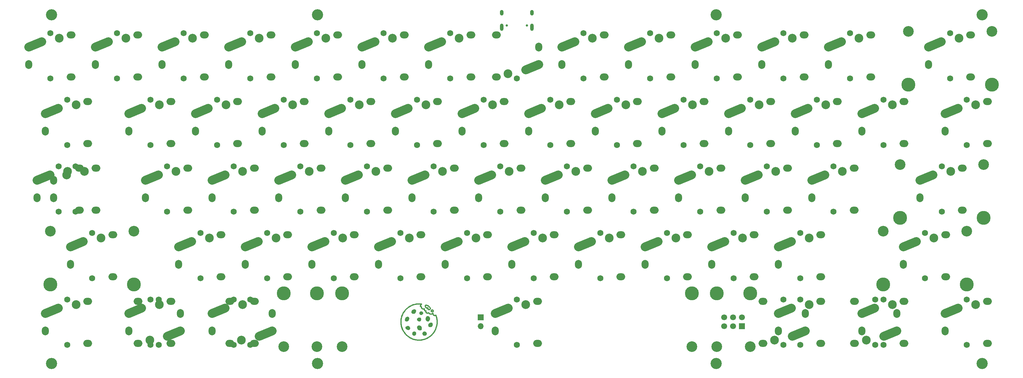
<source format=gbr>
G04 #@! TF.GenerationSoftware,KiCad,Pcbnew,(5.1.5)-3*
G04 #@! TF.CreationDate,2020-11-11T21:52:05+01:00*
G04 #@! TF.ProjectId,keyboard,6b657962-6f61-4726-942e-6b696361645f,rev?*
G04 #@! TF.SameCoordinates,Original*
G04 #@! TF.FileFunction,Soldermask,Top*
G04 #@! TF.FilePolarity,Negative*
%FSLAX46Y46*%
G04 Gerber Fmt 4.6, Leading zero omitted, Abs format (unit mm)*
G04 Created by KiCad (PCBNEW (5.1.5)-3) date 2020-11-11 21:52:05*
%MOMM*%
%LPD*%
G04 APERTURE LIST*
%ADD10C,0.010000*%
%ADD11C,3.987800*%
%ADD12C,3.048000*%
%ADD13C,2.500000*%
%ADD14C,1.750000*%
%ADD15O,2.000000X2.500000*%
%ADD16O,2.500000X2.000000*%
%ADD17C,2.500000*%
%ADD18C,3.200000*%
%ADD19O,1.700000X1.700000*%
%ADD20R,1.700000X1.700000*%
%ADD21O,1.000000X2.100000*%
%ADD22C,0.650000*%
%ADD23O,1.000000X1.600000*%
%ADD24C,1.700000*%
G04 APERTURE END LIST*
D10*
G36*
X113614765Y-82027736D02*
G01*
X113642775Y-82032571D01*
X113710324Y-82053070D01*
X113771649Y-82084319D01*
X113826065Y-82125641D01*
X113872883Y-82176358D01*
X113911418Y-82235790D01*
X113940982Y-82303260D01*
X113951607Y-82337643D01*
X113959240Y-82376356D01*
X113964167Y-82423754D01*
X113966348Y-82476105D01*
X113965745Y-82529678D01*
X113962321Y-82580741D01*
X113956038Y-82625563D01*
X113954628Y-82632550D01*
X113930114Y-82727074D01*
X113898374Y-82815954D01*
X113860055Y-82898202D01*
X113815801Y-82972826D01*
X113766259Y-83038837D01*
X113712072Y-83095244D01*
X113653887Y-83141057D01*
X113604675Y-83169521D01*
X113563000Y-83187876D01*
X113520487Y-83202088D01*
X113474711Y-83212618D01*
X113423245Y-83219931D01*
X113363665Y-83224489D01*
X113306225Y-83226514D01*
X113251308Y-83227123D01*
X113206761Y-83226272D01*
X113170329Y-83223870D01*
X113139755Y-83219824D01*
X113138811Y-83219660D01*
X113086978Y-83208257D01*
X113032957Y-83192337D01*
X112981367Y-83173458D01*
X112936826Y-83153179D01*
X112928400Y-83148666D01*
X112902904Y-83132035D01*
X112873252Y-83108744D01*
X112843365Y-83081932D01*
X112835701Y-83074433D01*
X112796530Y-83030717D01*
X112767637Y-82987007D01*
X112747100Y-82939777D01*
X112733163Y-82886339D01*
X112729637Y-82866834D01*
X112727448Y-82849076D01*
X112726603Y-82830368D01*
X112727108Y-82808013D01*
X112728970Y-82779316D01*
X112732195Y-82741578D01*
X112733559Y-82726694D01*
X112743297Y-82645386D01*
X112756932Y-82573935D01*
X112775244Y-82509887D01*
X112799015Y-82450788D01*
X112829025Y-82394182D01*
X112849805Y-82361213D01*
X112904788Y-82289195D01*
X112968333Y-82225801D01*
X113040867Y-82170720D01*
X113122818Y-82123642D01*
X113214611Y-82084255D01*
X113245187Y-82073541D01*
X113323137Y-82051008D01*
X113401431Y-82034918D01*
X113477707Y-82025514D01*
X113549605Y-82023039D01*
X113614765Y-82027736D01*
G37*
X113614765Y-82027736D02*
X113642775Y-82032571D01*
X113710324Y-82053070D01*
X113771649Y-82084319D01*
X113826065Y-82125641D01*
X113872883Y-82176358D01*
X113911418Y-82235790D01*
X113940982Y-82303260D01*
X113951607Y-82337643D01*
X113959240Y-82376356D01*
X113964167Y-82423754D01*
X113966348Y-82476105D01*
X113965745Y-82529678D01*
X113962321Y-82580741D01*
X113956038Y-82625563D01*
X113954628Y-82632550D01*
X113930114Y-82727074D01*
X113898374Y-82815954D01*
X113860055Y-82898202D01*
X113815801Y-82972826D01*
X113766259Y-83038837D01*
X113712072Y-83095244D01*
X113653887Y-83141057D01*
X113604675Y-83169521D01*
X113563000Y-83187876D01*
X113520487Y-83202088D01*
X113474711Y-83212618D01*
X113423245Y-83219931D01*
X113363665Y-83224489D01*
X113306225Y-83226514D01*
X113251308Y-83227123D01*
X113206761Y-83226272D01*
X113170329Y-83223870D01*
X113139755Y-83219824D01*
X113138811Y-83219660D01*
X113086978Y-83208257D01*
X113032957Y-83192337D01*
X112981367Y-83173458D01*
X112936826Y-83153179D01*
X112928400Y-83148666D01*
X112902904Y-83132035D01*
X112873252Y-83108744D01*
X112843365Y-83081932D01*
X112835701Y-83074433D01*
X112796530Y-83030717D01*
X112767637Y-82987007D01*
X112747100Y-82939777D01*
X112733163Y-82886339D01*
X112729637Y-82866834D01*
X112727448Y-82849076D01*
X112726603Y-82830368D01*
X112727108Y-82808013D01*
X112728970Y-82779316D01*
X112732195Y-82741578D01*
X112733559Y-82726694D01*
X112743297Y-82645386D01*
X112756932Y-82573935D01*
X112775244Y-82509887D01*
X112799015Y-82450788D01*
X112829025Y-82394182D01*
X112849805Y-82361213D01*
X112904788Y-82289195D01*
X112968333Y-82225801D01*
X113040867Y-82170720D01*
X113122818Y-82123642D01*
X113214611Y-82084255D01*
X113245187Y-82073541D01*
X113323137Y-82051008D01*
X113401431Y-82034918D01*
X113477707Y-82025514D01*
X113549605Y-82023039D01*
X113614765Y-82027736D01*
G36*
X115518722Y-82609037D02*
G01*
X115602236Y-82619298D01*
X115679625Y-82640666D01*
X115751083Y-82673227D01*
X115816805Y-82717073D01*
X115876985Y-82772291D01*
X115879013Y-82774452D01*
X115924216Y-82831120D01*
X115959296Y-82892793D01*
X115983710Y-82957860D01*
X115996915Y-83024710D01*
X115998371Y-83091736D01*
X115995306Y-83119831D01*
X115983414Y-83176430D01*
X115964751Y-83228890D01*
X115938140Y-83279375D01*
X115902403Y-83330050D01*
X115856363Y-83383080D01*
X115846371Y-83393582D01*
X115783449Y-83451687D01*
X115716369Y-83500201D01*
X115646329Y-83538640D01*
X115574523Y-83566523D01*
X115502148Y-83583364D01*
X115430399Y-83588682D01*
X115374451Y-83584343D01*
X115308983Y-83569138D01*
X115249524Y-83543735D01*
X115195502Y-83507696D01*
X115146345Y-83460582D01*
X115101479Y-83401957D01*
X115071871Y-83353023D01*
X115033250Y-83276968D01*
X115004644Y-83206191D01*
X114985514Y-83138907D01*
X114975319Y-83073333D01*
X114973210Y-83027166D01*
X114978049Y-82957716D01*
X114993152Y-82895160D01*
X115018990Y-82838304D01*
X115056034Y-82785955D01*
X115077857Y-82762156D01*
X115124148Y-82720910D01*
X115174910Y-82687194D01*
X115233106Y-82659240D01*
X115277900Y-82642799D01*
X115349737Y-82622524D01*
X115417809Y-82611132D01*
X115486744Y-82607975D01*
X115518722Y-82609037D01*
G37*
X115518722Y-82609037D02*
X115602236Y-82619298D01*
X115679625Y-82640666D01*
X115751083Y-82673227D01*
X115816805Y-82717073D01*
X115876985Y-82772291D01*
X115879013Y-82774452D01*
X115924216Y-82831120D01*
X115959296Y-82892793D01*
X115983710Y-82957860D01*
X115996915Y-83024710D01*
X115998371Y-83091736D01*
X115995306Y-83119831D01*
X115983414Y-83176430D01*
X115964751Y-83228890D01*
X115938140Y-83279375D01*
X115902403Y-83330050D01*
X115856363Y-83383080D01*
X115846371Y-83393582D01*
X115783449Y-83451687D01*
X115716369Y-83500201D01*
X115646329Y-83538640D01*
X115574523Y-83566523D01*
X115502148Y-83583364D01*
X115430399Y-83588682D01*
X115374451Y-83584343D01*
X115308983Y-83569138D01*
X115249524Y-83543735D01*
X115195502Y-83507696D01*
X115146345Y-83460582D01*
X115101479Y-83401957D01*
X115071871Y-83353023D01*
X115033250Y-83276968D01*
X115004644Y-83206191D01*
X114985514Y-83138907D01*
X114975319Y-83073333D01*
X114973210Y-83027166D01*
X114978049Y-82957716D01*
X114993152Y-82895160D01*
X115018990Y-82838304D01*
X115056034Y-82785955D01*
X115077857Y-82762156D01*
X115124148Y-82720910D01*
X115174910Y-82687194D01*
X115233106Y-82659240D01*
X115277900Y-82642799D01*
X115349737Y-82622524D01*
X115417809Y-82611132D01*
X115486744Y-82607975D01*
X115518722Y-82609037D01*
G36*
X117388298Y-83946117D02*
G01*
X117460400Y-83963962D01*
X117533269Y-83993753D01*
X117606532Y-84035424D01*
X117679821Y-84088909D01*
X117752763Y-84154141D01*
X117764379Y-84165665D01*
X117828736Y-84236238D01*
X117881297Y-84307070D01*
X117922904Y-84379678D01*
X117954398Y-84455577D01*
X117976620Y-84536283D01*
X117980308Y-84554618D01*
X117986262Y-84602145D01*
X117988267Y-84657182D01*
X117986481Y-84715222D01*
X117981065Y-84771758D01*
X117972175Y-84822282D01*
X117970652Y-84828660D01*
X117941590Y-84921685D01*
X117900956Y-85014697D01*
X117849763Y-85105968D01*
X117789022Y-85193767D01*
X117719746Y-85276367D01*
X117691002Y-85306427D01*
X117641697Y-85350422D01*
X117591181Y-85383465D01*
X117536661Y-85407206D01*
X117503828Y-85416929D01*
X117468041Y-85422990D01*
X117424616Y-85425736D01*
X117378161Y-85425222D01*
X117333281Y-85421500D01*
X117294586Y-85414625D01*
X117294025Y-85414486D01*
X117213922Y-85388108D01*
X117137599Y-85349937D01*
X117064561Y-85299707D01*
X117035224Y-85275367D01*
X116963399Y-85204648D01*
X116901658Y-85126941D01*
X116850468Y-85043146D01*
X116810297Y-84954161D01*
X116781614Y-84860886D01*
X116764887Y-84764218D01*
X116763904Y-84754544D01*
X116761506Y-84677418D01*
X116768983Y-84597213D01*
X116786541Y-84511875D01*
X116789181Y-84501769D01*
X116822067Y-84394331D01*
X116860453Y-84298234D01*
X116904421Y-84213330D01*
X116954055Y-84139473D01*
X117009439Y-84076517D01*
X117052240Y-84038400D01*
X117114956Y-83995522D01*
X117180290Y-83964921D01*
X117247872Y-83946530D01*
X117317332Y-83940285D01*
X117388298Y-83946117D01*
G37*
X117388298Y-83946117D02*
X117460400Y-83963962D01*
X117533269Y-83993753D01*
X117606532Y-84035424D01*
X117679821Y-84088909D01*
X117752763Y-84154141D01*
X117764379Y-84165665D01*
X117828736Y-84236238D01*
X117881297Y-84307070D01*
X117922904Y-84379678D01*
X117954398Y-84455577D01*
X117976620Y-84536283D01*
X117980308Y-84554618D01*
X117986262Y-84602145D01*
X117988267Y-84657182D01*
X117986481Y-84715222D01*
X117981065Y-84771758D01*
X117972175Y-84822282D01*
X117970652Y-84828660D01*
X117941590Y-84921685D01*
X117900956Y-85014697D01*
X117849763Y-85105968D01*
X117789022Y-85193767D01*
X117719746Y-85276367D01*
X117691002Y-85306427D01*
X117641697Y-85350422D01*
X117591181Y-85383465D01*
X117536661Y-85407206D01*
X117503828Y-85416929D01*
X117468041Y-85422990D01*
X117424616Y-85425736D01*
X117378161Y-85425222D01*
X117333281Y-85421500D01*
X117294586Y-85414625D01*
X117294025Y-85414486D01*
X117213922Y-85388108D01*
X117137599Y-85349937D01*
X117064561Y-85299707D01*
X117035224Y-85275367D01*
X116963399Y-85204648D01*
X116901658Y-85126941D01*
X116850468Y-85043146D01*
X116810297Y-84954161D01*
X116781614Y-84860886D01*
X116764887Y-84764218D01*
X116763904Y-84754544D01*
X116761506Y-84677418D01*
X116768983Y-84597213D01*
X116786541Y-84511875D01*
X116789181Y-84501769D01*
X116822067Y-84394331D01*
X116860453Y-84298234D01*
X116904421Y-84213330D01*
X116954055Y-84139473D01*
X117009439Y-84076517D01*
X117052240Y-84038400D01*
X117114956Y-83995522D01*
X117180290Y-83964921D01*
X117247872Y-83946530D01*
X117317332Y-83940285D01*
X117388298Y-83946117D01*
G36*
X115022419Y-84360344D02*
G01*
X115099592Y-84373573D01*
X115172967Y-84398220D01*
X115195350Y-84408479D01*
X115237653Y-84434184D01*
X115280251Y-84468887D01*
X115319943Y-84509376D01*
X115353528Y-84552438D01*
X115374911Y-84588718D01*
X115400851Y-84652403D01*
X115418150Y-84720910D01*
X115427425Y-84796805D01*
X115428247Y-84810600D01*
X115427744Y-84902636D01*
X115416805Y-84990286D01*
X115395753Y-85072651D01*
X115364914Y-85148833D01*
X115324612Y-85217933D01*
X115275171Y-85279052D01*
X115250220Y-85303536D01*
X115203816Y-85341698D01*
X115156249Y-85371476D01*
X115102613Y-85395789D01*
X115082708Y-85403122D01*
X115059264Y-85411011D01*
X115039232Y-85416531D01*
X115019256Y-85420167D01*
X114995981Y-85422402D01*
X114966052Y-85423721D01*
X114935000Y-85424443D01*
X114881587Y-85424519D01*
X114839398Y-85422422D01*
X114807130Y-85418080D01*
X114802314Y-85417063D01*
X114716609Y-85393413D01*
X114641663Y-85363497D01*
X114577647Y-85327385D01*
X114567521Y-85320391D01*
X114535826Y-85295789D01*
X114500105Y-85264772D01*
X114463434Y-85230304D01*
X114428891Y-85195348D01*
X114399553Y-85162867D01*
X114384490Y-85144162D01*
X114341975Y-85078644D01*
X114312024Y-85012351D01*
X114294570Y-84945843D01*
X114289547Y-84879682D01*
X114296890Y-84814429D01*
X114316533Y-84750646D01*
X114348409Y-84688893D01*
X114392452Y-84629731D01*
X114448596Y-84573723D01*
X114451920Y-84570844D01*
X114530329Y-84509681D01*
X114611278Y-84458552D01*
X114693860Y-84417655D01*
X114777170Y-84387189D01*
X114860303Y-84367349D01*
X114942355Y-84358335D01*
X115022419Y-84360344D01*
G37*
X115022419Y-84360344D02*
X115099592Y-84373573D01*
X115172967Y-84398220D01*
X115195350Y-84408479D01*
X115237653Y-84434184D01*
X115280251Y-84468887D01*
X115319943Y-84509376D01*
X115353528Y-84552438D01*
X115374911Y-84588718D01*
X115400851Y-84652403D01*
X115418150Y-84720910D01*
X115427425Y-84796805D01*
X115428247Y-84810600D01*
X115427744Y-84902636D01*
X115416805Y-84990286D01*
X115395753Y-85072651D01*
X115364914Y-85148833D01*
X115324612Y-85217933D01*
X115275171Y-85279052D01*
X115250220Y-85303536D01*
X115203816Y-85341698D01*
X115156249Y-85371476D01*
X115102613Y-85395789D01*
X115082708Y-85403122D01*
X115059264Y-85411011D01*
X115039232Y-85416531D01*
X115019256Y-85420167D01*
X114995981Y-85422402D01*
X114966052Y-85423721D01*
X114935000Y-85424443D01*
X114881587Y-85424519D01*
X114839398Y-85422422D01*
X114807130Y-85418080D01*
X114802314Y-85417063D01*
X114716609Y-85393413D01*
X114641663Y-85363497D01*
X114577647Y-85327385D01*
X114567521Y-85320391D01*
X114535826Y-85295789D01*
X114500105Y-85264772D01*
X114463434Y-85230304D01*
X114428891Y-85195348D01*
X114399553Y-85162867D01*
X114384490Y-85144162D01*
X114341975Y-85078644D01*
X114312024Y-85012351D01*
X114294570Y-84945843D01*
X114289547Y-84879682D01*
X114296890Y-84814429D01*
X114316533Y-84750646D01*
X114348409Y-84688893D01*
X114392452Y-84629731D01*
X114448596Y-84573723D01*
X114451920Y-84570844D01*
X114530329Y-84509681D01*
X114611278Y-84458552D01*
X114693860Y-84417655D01*
X114777170Y-84387189D01*
X114860303Y-84367349D01*
X114942355Y-84358335D01*
X115022419Y-84360344D01*
G36*
X111640964Y-84143607D02*
G01*
X111713102Y-84157978D01*
X111779266Y-84182511D01*
X111838769Y-84216896D01*
X111890929Y-84260825D01*
X111935058Y-84313990D01*
X111964829Y-84364373D01*
X111984468Y-84407053D01*
X111998805Y-84447343D01*
X112008530Y-84488558D01*
X112014329Y-84534014D01*
X112016889Y-84587028D01*
X112017170Y-84616925D01*
X112016301Y-84670007D01*
X112013546Y-84713515D01*
X112008670Y-84750465D01*
X112005639Y-84766150D01*
X111980008Y-84862590D01*
X111945655Y-84954392D01*
X111903336Y-85040584D01*
X111853806Y-85120198D01*
X111797820Y-85192261D01*
X111736134Y-85255803D01*
X111669501Y-85309854D01*
X111598679Y-85353442D01*
X111524421Y-85385598D01*
X111523431Y-85385938D01*
X111470677Y-85400984D01*
X111411369Y-85412769D01*
X111348496Y-85421087D01*
X111285049Y-85425733D01*
X111224020Y-85426504D01*
X111168398Y-85423192D01*
X111121174Y-85415594D01*
X111114598Y-85413967D01*
X111057907Y-85394920D01*
X111009897Y-85369244D01*
X110968505Y-85336218D01*
X110946942Y-85314774D01*
X110929256Y-85294115D01*
X110915063Y-85272709D01*
X110903978Y-85249025D01*
X110895618Y-85221531D01*
X110889599Y-85188696D01*
X110885537Y-85148986D01*
X110883048Y-85100871D01*
X110881747Y-85042819D01*
X110881304Y-84988400D01*
X110881148Y-84934153D01*
X110881270Y-84890595D01*
X110881780Y-84855715D01*
X110882787Y-84827503D01*
X110884400Y-84803949D01*
X110886729Y-84783042D01*
X110889882Y-84762771D01*
X110893969Y-84741127D01*
X110895010Y-84735953D01*
X110919102Y-84637983D01*
X110949773Y-84550231D01*
X110987478Y-84471788D01*
X111032671Y-84401746D01*
X111085807Y-84339198D01*
X111101342Y-84323701D01*
X111163112Y-84270677D01*
X111228848Y-84227457D01*
X111300205Y-84193270D01*
X111378839Y-84167345D01*
X111466403Y-84148910D01*
X111481503Y-84146582D01*
X111563536Y-84139705D01*
X111640964Y-84143607D01*
G37*
X111640964Y-84143607D02*
X111713102Y-84157978D01*
X111779266Y-84182511D01*
X111838769Y-84216896D01*
X111890929Y-84260825D01*
X111935058Y-84313990D01*
X111964829Y-84364373D01*
X111984468Y-84407053D01*
X111998805Y-84447343D01*
X112008530Y-84488558D01*
X112014329Y-84534014D01*
X112016889Y-84587028D01*
X112017170Y-84616925D01*
X112016301Y-84670007D01*
X112013546Y-84713515D01*
X112008670Y-84750465D01*
X112005639Y-84766150D01*
X111980008Y-84862590D01*
X111945655Y-84954392D01*
X111903336Y-85040584D01*
X111853806Y-85120198D01*
X111797820Y-85192261D01*
X111736134Y-85255803D01*
X111669501Y-85309854D01*
X111598679Y-85353442D01*
X111524421Y-85385598D01*
X111523431Y-85385938D01*
X111470677Y-85400984D01*
X111411369Y-85412769D01*
X111348496Y-85421087D01*
X111285049Y-85425733D01*
X111224020Y-85426504D01*
X111168398Y-85423192D01*
X111121174Y-85415594D01*
X111114598Y-85413967D01*
X111057907Y-85394920D01*
X111009897Y-85369244D01*
X110968505Y-85336218D01*
X110946942Y-85314774D01*
X110929256Y-85294115D01*
X110915063Y-85272709D01*
X110903978Y-85249025D01*
X110895618Y-85221531D01*
X110889599Y-85188696D01*
X110885537Y-85148986D01*
X110883048Y-85100871D01*
X110881747Y-85042819D01*
X110881304Y-84988400D01*
X110881148Y-84934153D01*
X110881270Y-84890595D01*
X110881780Y-84855715D01*
X110882787Y-84827503D01*
X110884400Y-84803949D01*
X110886729Y-84783042D01*
X110889882Y-84762771D01*
X110893969Y-84741127D01*
X110895010Y-84735953D01*
X110919102Y-84637983D01*
X110949773Y-84550231D01*
X110987478Y-84471788D01*
X111032671Y-84401746D01*
X111085807Y-84339198D01*
X111101342Y-84323701D01*
X111163112Y-84270677D01*
X111228848Y-84227457D01*
X111300205Y-84193270D01*
X111378839Y-84167345D01*
X111466403Y-84148910D01*
X111481503Y-84146582D01*
X111563536Y-84139705D01*
X111640964Y-84143607D01*
G36*
X118336456Y-85836442D02*
G01*
X118365885Y-85837028D01*
X118388606Y-85838507D01*
X118407614Y-85841222D01*
X118425907Y-85845517D01*
X118446477Y-85851735D01*
X118454841Y-85854452D01*
X118511177Y-85876972D01*
X118559817Y-85905913D01*
X118604746Y-85943832D01*
X118622619Y-85962137D01*
X118664246Y-86015935D01*
X118697255Y-86078416D01*
X118721089Y-86148450D01*
X118727076Y-86174129D01*
X118732735Y-86204331D01*
X118736162Y-86231574D01*
X118737630Y-86260120D01*
X118737407Y-86294229D01*
X118736465Y-86321900D01*
X118732887Y-86379390D01*
X118726608Y-86430264D01*
X118716714Y-86479463D01*
X118702288Y-86531929D01*
X118690990Y-86567291D01*
X118653775Y-86662790D01*
X118608616Y-86748732D01*
X118555140Y-86825755D01*
X118510528Y-86876829D01*
X118462041Y-86922764D01*
X118413034Y-86959155D01*
X118360898Y-86987300D01*
X118303022Y-87008499D01*
X118236795Y-87024053D01*
X118203785Y-87029525D01*
X118159316Y-87034463D01*
X118108019Y-87037464D01*
X118053779Y-87038523D01*
X118000479Y-87037631D01*
X117952005Y-87034783D01*
X117912648Y-87030040D01*
X117828803Y-87011144D01*
X117753138Y-86984286D01*
X117686174Y-86949860D01*
X117628432Y-86908256D01*
X117580436Y-86859868D01*
X117542707Y-86805088D01*
X117515767Y-86744307D01*
X117510707Y-86727968D01*
X117504673Y-86702129D01*
X117501029Y-86674022D01*
X117499658Y-86641033D01*
X117500446Y-86600548D01*
X117503028Y-86553675D01*
X117513172Y-86457803D01*
X117530605Y-86371307D01*
X117555892Y-86292787D01*
X117589597Y-86220846D01*
X117632284Y-86154085D01*
X117684518Y-86091105D01*
X117693616Y-86081476D01*
X117756942Y-86022452D01*
X117825745Y-85971983D01*
X117901401Y-85929336D01*
X117985283Y-85893780D01*
X118078764Y-85864582D01*
X118119525Y-85854432D01*
X118151849Y-85847290D01*
X118179612Y-85842317D01*
X118206622Y-85839125D01*
X118236686Y-85837330D01*
X118273612Y-85836544D01*
X118297325Y-85836405D01*
X118336456Y-85836442D01*
G37*
X118336456Y-85836442D02*
X118365885Y-85837028D01*
X118388606Y-85838507D01*
X118407614Y-85841222D01*
X118425907Y-85845517D01*
X118446477Y-85851735D01*
X118454841Y-85854452D01*
X118511177Y-85876972D01*
X118559817Y-85905913D01*
X118604746Y-85943832D01*
X118622619Y-85962137D01*
X118664246Y-86015935D01*
X118697255Y-86078416D01*
X118721089Y-86148450D01*
X118727076Y-86174129D01*
X118732735Y-86204331D01*
X118736162Y-86231574D01*
X118737630Y-86260120D01*
X118737407Y-86294229D01*
X118736465Y-86321900D01*
X118732887Y-86379390D01*
X118726608Y-86430264D01*
X118716714Y-86479463D01*
X118702288Y-86531929D01*
X118690990Y-86567291D01*
X118653775Y-86662790D01*
X118608616Y-86748732D01*
X118555140Y-86825755D01*
X118510528Y-86876829D01*
X118462041Y-86922764D01*
X118413034Y-86959155D01*
X118360898Y-86987300D01*
X118303022Y-87008499D01*
X118236795Y-87024053D01*
X118203785Y-87029525D01*
X118159316Y-87034463D01*
X118108019Y-87037464D01*
X118053779Y-87038523D01*
X118000479Y-87037631D01*
X117952005Y-87034783D01*
X117912648Y-87030040D01*
X117828803Y-87011144D01*
X117753138Y-86984286D01*
X117686174Y-86949860D01*
X117628432Y-86908256D01*
X117580436Y-86859868D01*
X117542707Y-86805088D01*
X117515767Y-86744307D01*
X117510707Y-86727968D01*
X117504673Y-86702129D01*
X117501029Y-86674022D01*
X117499658Y-86641033D01*
X117500446Y-86600548D01*
X117503028Y-86553675D01*
X117513172Y-86457803D01*
X117530605Y-86371307D01*
X117555892Y-86292787D01*
X117589597Y-86220846D01*
X117632284Y-86154085D01*
X117684518Y-86091105D01*
X117693616Y-86081476D01*
X117756942Y-86022452D01*
X117825745Y-85971983D01*
X117901401Y-85929336D01*
X117985283Y-85893780D01*
X118078764Y-85864582D01*
X118119525Y-85854432D01*
X118151849Y-85847290D01*
X118179612Y-85842317D01*
X118206622Y-85839125D01*
X118236686Y-85837330D01*
X118273612Y-85836544D01*
X118297325Y-85836405D01*
X118336456Y-85836442D01*
G36*
X111740662Y-86779517D02*
G01*
X111792918Y-86786375D01*
X111841709Y-86799039D01*
X111891351Y-86818476D01*
X111916728Y-86830486D01*
X111977530Y-86867126D01*
X112035407Y-86914680D01*
X112089157Y-86971478D01*
X112137578Y-87035850D01*
X112179466Y-87106128D01*
X112213620Y-87180642D01*
X112238836Y-87257723D01*
X112245814Y-87287289D01*
X112254818Y-87355661D01*
X112254417Y-87426910D01*
X112244995Y-87497519D01*
X112226935Y-87563971D01*
X112211622Y-87601425D01*
X112176238Y-87661887D01*
X112131123Y-87715280D01*
X112077472Y-87761000D01*
X112016485Y-87798447D01*
X111949358Y-87827020D01*
X111877287Y-87846116D01*
X111801471Y-87855135D01*
X111723106Y-87853475D01*
X111712094Y-87852366D01*
X111639856Y-87839910D01*
X111562405Y-87818408D01*
X111482286Y-87788868D01*
X111402044Y-87752299D01*
X111324225Y-87709710D01*
X111277393Y-87680112D01*
X111222724Y-87639539D01*
X111169660Y-87592646D01*
X111120503Y-87541891D01*
X111077553Y-87489732D01*
X111043109Y-87438630D01*
X111031095Y-87416825D01*
X111005908Y-87355448D01*
X110991743Y-87293142D01*
X110988594Y-87231485D01*
X110996453Y-87172054D01*
X111015310Y-87116425D01*
X111032770Y-87084144D01*
X111052239Y-87057228D01*
X111076701Y-87031088D01*
X111107967Y-87004108D01*
X111147848Y-86974675D01*
X111179608Y-86953227D01*
X111269961Y-86897782D01*
X111356018Y-86853363D01*
X111438982Y-86819547D01*
X111520056Y-86795911D01*
X111600445Y-86782035D01*
X111680625Y-86777495D01*
X111740662Y-86779517D01*
G37*
X111740662Y-86779517D02*
X111792918Y-86786375D01*
X111841709Y-86799039D01*
X111891351Y-86818476D01*
X111916728Y-86830486D01*
X111977530Y-86867126D01*
X112035407Y-86914680D01*
X112089157Y-86971478D01*
X112137578Y-87035850D01*
X112179466Y-87106128D01*
X112213620Y-87180642D01*
X112238836Y-87257723D01*
X112245814Y-87287289D01*
X112254818Y-87355661D01*
X112254417Y-87426910D01*
X112244995Y-87497519D01*
X112226935Y-87563971D01*
X112211622Y-87601425D01*
X112176238Y-87661887D01*
X112131123Y-87715280D01*
X112077472Y-87761000D01*
X112016485Y-87798447D01*
X111949358Y-87827020D01*
X111877287Y-87846116D01*
X111801471Y-87855135D01*
X111723106Y-87853475D01*
X111712094Y-87852366D01*
X111639856Y-87839910D01*
X111562405Y-87818408D01*
X111482286Y-87788868D01*
X111402044Y-87752299D01*
X111324225Y-87709710D01*
X111277393Y-87680112D01*
X111222724Y-87639539D01*
X111169660Y-87592646D01*
X111120503Y-87541891D01*
X111077553Y-87489732D01*
X111043109Y-87438630D01*
X111031095Y-87416825D01*
X111005908Y-87355448D01*
X110991743Y-87293142D01*
X110988594Y-87231485D01*
X110996453Y-87172054D01*
X111015310Y-87116425D01*
X111032770Y-87084144D01*
X111052239Y-87057228D01*
X111076701Y-87031088D01*
X111107967Y-87004108D01*
X111147848Y-86974675D01*
X111179608Y-86953227D01*
X111269961Y-86897782D01*
X111356018Y-86853363D01*
X111438982Y-86819547D01*
X111520056Y-86795911D01*
X111600445Y-86782035D01*
X111680625Y-86777495D01*
X111740662Y-86779517D01*
G36*
X114893799Y-86640865D02*
G01*
X114939834Y-86644342D01*
X114949899Y-86645582D01*
X115055514Y-86664929D01*
X115152232Y-86693333D01*
X115240011Y-86730750D01*
X115318811Y-86777135D01*
X115388591Y-86832443D01*
X115449309Y-86896629D01*
X115500924Y-86969648D01*
X115543396Y-87051456D01*
X115576684Y-87142007D01*
X115600746Y-87241258D01*
X115615542Y-87349162D01*
X115617686Y-87376000D01*
X115618827Y-87414507D01*
X115617728Y-87460037D01*
X115614695Y-87509526D01*
X115610030Y-87559912D01*
X115604038Y-87608133D01*
X115597024Y-87651125D01*
X115589291Y-87685827D01*
X115585749Y-87697649D01*
X115556897Y-87764921D01*
X115518348Y-87824090D01*
X115470355Y-87874947D01*
X115413171Y-87917279D01*
X115347051Y-87950875D01*
X115272248Y-87975524D01*
X115244434Y-87981921D01*
X115207209Y-87987312D01*
X115161659Y-87990395D01*
X115111948Y-87991170D01*
X115062239Y-87989632D01*
X115016697Y-87985779D01*
X114991632Y-87982092D01*
X114917185Y-87964043D01*
X114840182Y-87937076D01*
X114764885Y-87902987D01*
X114695558Y-87863574D01*
X114670646Y-87846856D01*
X114602460Y-87793083D01*
X114543190Y-87733927D01*
X114492100Y-87668234D01*
X114448454Y-87594849D01*
X114411518Y-87512619D01*
X114380556Y-87420387D01*
X114367184Y-87370555D01*
X114347852Y-87280524D01*
X114336823Y-87198506D01*
X114333959Y-87123030D01*
X114337995Y-87061587D01*
X114352933Y-86979740D01*
X114377448Y-86905954D01*
X114411352Y-86840461D01*
X114454459Y-86783491D01*
X114506585Y-86735277D01*
X114567543Y-86696049D01*
X114637146Y-86666040D01*
X114661950Y-86658209D01*
X114697007Y-86650615D01*
X114741182Y-86644933D01*
X114791012Y-86641312D01*
X114843038Y-86639905D01*
X114893799Y-86640865D01*
G37*
X114893799Y-86640865D02*
X114939834Y-86644342D01*
X114949899Y-86645582D01*
X115055514Y-86664929D01*
X115152232Y-86693333D01*
X115240011Y-86730750D01*
X115318811Y-86777135D01*
X115388591Y-86832443D01*
X115449309Y-86896629D01*
X115500924Y-86969648D01*
X115543396Y-87051456D01*
X115576684Y-87142007D01*
X115600746Y-87241258D01*
X115615542Y-87349162D01*
X115617686Y-87376000D01*
X115618827Y-87414507D01*
X115617728Y-87460037D01*
X115614695Y-87509526D01*
X115610030Y-87559912D01*
X115604038Y-87608133D01*
X115597024Y-87651125D01*
X115589291Y-87685827D01*
X115585749Y-87697649D01*
X115556897Y-87764921D01*
X115518348Y-87824090D01*
X115470355Y-87874947D01*
X115413171Y-87917279D01*
X115347051Y-87950875D01*
X115272248Y-87975524D01*
X115244434Y-87981921D01*
X115207209Y-87987312D01*
X115161659Y-87990395D01*
X115111948Y-87991170D01*
X115062239Y-87989632D01*
X115016697Y-87985779D01*
X114991632Y-87982092D01*
X114917185Y-87964043D01*
X114840182Y-87937076D01*
X114764885Y-87902987D01*
X114695558Y-87863574D01*
X114670646Y-87846856D01*
X114602460Y-87793083D01*
X114543190Y-87733927D01*
X114492100Y-87668234D01*
X114448454Y-87594849D01*
X114411518Y-87512619D01*
X114380556Y-87420387D01*
X114367184Y-87370555D01*
X114347852Y-87280524D01*
X114336823Y-87198506D01*
X114333959Y-87123030D01*
X114337995Y-87061587D01*
X114352933Y-86979740D01*
X114377448Y-86905954D01*
X114411352Y-86840461D01*
X114454459Y-86783491D01*
X114506585Y-86735277D01*
X114567543Y-86696049D01*
X114637146Y-86666040D01*
X114661950Y-86658209D01*
X114697007Y-86650615D01*
X114741182Y-86644933D01*
X114791012Y-86641312D01*
X114843038Y-86639905D01*
X114893799Y-86640865D01*
G36*
X116417725Y-88369665D02*
G01*
X116518346Y-88381011D01*
X116609444Y-88400717D01*
X116691117Y-88428855D01*
X116763463Y-88465493D01*
X116826579Y-88510702D01*
X116880563Y-88564553D01*
X116925514Y-88627115D01*
X116961527Y-88698459D01*
X116988702Y-88778655D01*
X116988980Y-88779689D01*
X117001092Y-88835023D01*
X117009774Y-88895887D01*
X117014925Y-88959194D01*
X117016442Y-89021859D01*
X117014223Y-89080794D01*
X117008168Y-89132913D01*
X117001636Y-89163525D01*
X116978579Y-89227350D01*
X116945702Y-89283562D01*
X116902813Y-89332342D01*
X116849721Y-89373868D01*
X116786234Y-89408321D01*
X116712160Y-89435880D01*
X116710574Y-89436361D01*
X116680945Y-89444497D01*
X116643089Y-89453693D01*
X116599889Y-89463368D01*
X116554223Y-89472940D01*
X116508973Y-89481825D01*
X116467021Y-89489442D01*
X116431247Y-89495208D01*
X116404531Y-89498541D01*
X116401850Y-89498767D01*
X116371496Y-89499626D01*
X116338408Y-89498362D01*
X116320292Y-89496577D01*
X116245578Y-89480397D01*
X116175143Y-89453035D01*
X116109801Y-89415528D01*
X116050366Y-89368911D01*
X115997653Y-89314221D01*
X115952474Y-89252495D01*
X115915644Y-89184768D01*
X115887976Y-89112077D01*
X115870285Y-89035457D01*
X115863384Y-88955946D01*
X115864209Y-88915875D01*
X115873777Y-88835718D01*
X115892833Y-88756222D01*
X115920425Y-88679793D01*
X115955598Y-88608837D01*
X115997400Y-88545762D01*
X116022803Y-88515376D01*
X116077306Y-88464864D01*
X116138883Y-88424677D01*
X116206895Y-88395051D01*
X116280703Y-88376223D01*
X116359670Y-88368428D01*
X116417725Y-88369665D01*
G37*
X116417725Y-88369665D02*
X116518346Y-88381011D01*
X116609444Y-88400717D01*
X116691117Y-88428855D01*
X116763463Y-88465493D01*
X116826579Y-88510702D01*
X116880563Y-88564553D01*
X116925514Y-88627115D01*
X116961527Y-88698459D01*
X116988702Y-88778655D01*
X116988980Y-88779689D01*
X117001092Y-88835023D01*
X117009774Y-88895887D01*
X117014925Y-88959194D01*
X117016442Y-89021859D01*
X117014223Y-89080794D01*
X117008168Y-89132913D01*
X117001636Y-89163525D01*
X116978579Y-89227350D01*
X116945702Y-89283562D01*
X116902813Y-89332342D01*
X116849721Y-89373868D01*
X116786234Y-89408321D01*
X116712160Y-89435880D01*
X116710574Y-89436361D01*
X116680945Y-89444497D01*
X116643089Y-89453693D01*
X116599889Y-89463368D01*
X116554223Y-89472940D01*
X116508973Y-89481825D01*
X116467021Y-89489442D01*
X116431247Y-89495208D01*
X116404531Y-89498541D01*
X116401850Y-89498767D01*
X116371496Y-89499626D01*
X116338408Y-89498362D01*
X116320292Y-89496577D01*
X116245578Y-89480397D01*
X116175143Y-89453035D01*
X116109801Y-89415528D01*
X116050366Y-89368911D01*
X115997653Y-89314221D01*
X115952474Y-89252495D01*
X115915644Y-89184768D01*
X115887976Y-89112077D01*
X115870285Y-89035457D01*
X115863384Y-88955946D01*
X115864209Y-88915875D01*
X115873777Y-88835718D01*
X115892833Y-88756222D01*
X115920425Y-88679793D01*
X115955598Y-88608837D01*
X115997400Y-88545762D01*
X116022803Y-88515376D01*
X116077306Y-88464864D01*
X116138883Y-88424677D01*
X116206895Y-88395051D01*
X116280703Y-88376223D01*
X116359670Y-88368428D01*
X116417725Y-88369665D01*
G36*
X113559200Y-88363537D02*
G01*
X113603895Y-88366115D01*
X113641668Y-88370918D01*
X113658650Y-88374632D01*
X113729541Y-88399961D01*
X113793004Y-88435454D01*
X113848668Y-88480714D01*
X113896157Y-88535343D01*
X113935100Y-88598945D01*
X113965122Y-88671122D01*
X113977597Y-88713936D01*
X113985887Y-88759036D01*
X113990804Y-88812392D01*
X113992344Y-88870017D01*
X113990505Y-88927921D01*
X113985283Y-88982118D01*
X113977829Y-89023825D01*
X113951048Y-89117110D01*
X113916373Y-89200772D01*
X113873895Y-89274680D01*
X113823705Y-89338703D01*
X113765895Y-89392708D01*
X113700556Y-89436566D01*
X113684614Y-89445131D01*
X113607548Y-89478630D01*
X113530912Y-89499718D01*
X113455051Y-89508333D01*
X113380309Y-89504412D01*
X113368058Y-89502548D01*
X113300290Y-89486242D01*
X113238357Y-89460413D01*
X113180381Y-89424056D01*
X113124484Y-89376166D01*
X113115621Y-89367379D01*
X113076116Y-89323925D01*
X113045777Y-89281468D01*
X113022471Y-89236184D01*
X113004067Y-89184244D01*
X112995208Y-89151232D01*
X112982237Y-89094781D01*
X112973229Y-89045731D01*
X112967621Y-88999618D01*
X112964849Y-88951979D01*
X112964304Y-88906350D01*
X112969090Y-88820410D01*
X112983047Y-88742585D01*
X113006560Y-88671819D01*
X113040013Y-88607056D01*
X113083791Y-88547242D01*
X113102828Y-88526000D01*
X113159721Y-88474901D01*
X113225706Y-88432650D01*
X113300744Y-88399266D01*
X113382425Y-88375313D01*
X113419196Y-88369074D01*
X113463290Y-88365026D01*
X113511145Y-88363177D01*
X113559200Y-88363537D01*
G37*
X113559200Y-88363537D02*
X113603895Y-88366115D01*
X113641668Y-88370918D01*
X113658650Y-88374632D01*
X113729541Y-88399961D01*
X113793004Y-88435454D01*
X113848668Y-88480714D01*
X113896157Y-88535343D01*
X113935100Y-88598945D01*
X113965122Y-88671122D01*
X113977597Y-88713936D01*
X113985887Y-88759036D01*
X113990804Y-88812392D01*
X113992344Y-88870017D01*
X113990505Y-88927921D01*
X113985283Y-88982118D01*
X113977829Y-89023825D01*
X113951048Y-89117110D01*
X113916373Y-89200772D01*
X113873895Y-89274680D01*
X113823705Y-89338703D01*
X113765895Y-89392708D01*
X113700556Y-89436566D01*
X113684614Y-89445131D01*
X113607548Y-89478630D01*
X113530912Y-89499718D01*
X113455051Y-89508333D01*
X113380309Y-89504412D01*
X113368058Y-89502548D01*
X113300290Y-89486242D01*
X113238357Y-89460413D01*
X113180381Y-89424056D01*
X113124484Y-89376166D01*
X113115621Y-89367379D01*
X113076116Y-89323925D01*
X113045777Y-89281468D01*
X113022471Y-89236184D01*
X113004067Y-89184244D01*
X112995208Y-89151232D01*
X112982237Y-89094781D01*
X112973229Y-89045731D01*
X112967621Y-88999618D01*
X112964849Y-88951979D01*
X112964304Y-88906350D01*
X112969090Y-88820410D01*
X112983047Y-88742585D01*
X113006560Y-88671819D01*
X113040013Y-88607056D01*
X113083791Y-88547242D01*
X113102828Y-88526000D01*
X113159721Y-88474901D01*
X113225706Y-88432650D01*
X113300744Y-88399266D01*
X113382425Y-88375313D01*
X113419196Y-88369074D01*
X113463290Y-88365026D01*
X113511145Y-88363177D01*
X113559200Y-88363537D01*
G36*
X116816940Y-80653896D02*
G01*
X116865285Y-80658429D01*
X116917867Y-80665388D01*
X116972689Y-80674524D01*
X117027751Y-80685590D01*
X117081054Y-80698340D01*
X117107799Y-80705663D01*
X117177305Y-80726868D01*
X117241132Y-80749189D01*
X117303813Y-80774393D01*
X117369878Y-80804245D01*
X117408325Y-80822807D01*
X117513043Y-80878886D01*
X117613517Y-80941750D01*
X117708886Y-81010491D01*
X117798288Y-81084201D01*
X117880864Y-81161974D01*
X117955750Y-81242901D01*
X118022086Y-81326075D01*
X118079010Y-81410589D01*
X118125662Y-81495534D01*
X118161179Y-81580005D01*
X118177686Y-81633458D01*
X118187457Y-81680981D01*
X118193421Y-81732531D01*
X118195417Y-81784104D01*
X118193289Y-81831697D01*
X118187065Y-81870550D01*
X118164714Y-81935414D01*
X118131333Y-81994628D01*
X118087577Y-82047512D01*
X118034103Y-82093389D01*
X117971567Y-82131582D01*
X117908283Y-82158751D01*
X117851876Y-82175744D01*
X117791406Y-82188587D01*
X117729821Y-82197013D01*
X117670070Y-82200754D01*
X117615101Y-82199541D01*
X117567863Y-82193107D01*
X117557550Y-82190636D01*
X117494137Y-82167663D01*
X117434896Y-82134218D01*
X117381939Y-82091879D01*
X117337380Y-82042225D01*
X117315952Y-82010250D01*
X117296320Y-81971749D01*
X117277554Y-81925267D01*
X117261296Y-81875498D01*
X117249187Y-81827137D01*
X117246034Y-81810225D01*
X117238682Y-81765775D01*
X117174278Y-81765435D01*
X117101371Y-81758886D01*
X117027854Y-81739972D01*
X116953622Y-81708638D01*
X116878570Y-81664830D01*
X116802593Y-81608493D01*
X116725587Y-81539574D01*
X116710801Y-81525022D01*
X116670560Y-81483699D01*
X116637852Y-81447215D01*
X116610231Y-81412554D01*
X116585247Y-81376703D01*
X116567885Y-81349067D01*
X116528767Y-81273750D01*
X116501798Y-81197441D01*
X116486948Y-81120909D01*
X116485019Y-81067853D01*
X116751135Y-81067853D01*
X116754376Y-81109071D01*
X116764698Y-81149214D01*
X116782886Y-81189688D01*
X116809723Y-81231900D01*
X116845993Y-81277255D01*
X116892480Y-81327159D01*
X116899844Y-81334585D01*
X116960168Y-81390952D01*
X117017182Y-81435949D01*
X117070662Y-81469443D01*
X117120383Y-81491301D01*
X117166121Y-81501388D01*
X117181981Y-81502110D01*
X117208660Y-81498017D01*
X117235699Y-81487542D01*
X117258287Y-81472945D01*
X117269030Y-81461246D01*
X117285575Y-81443924D01*
X117309939Y-81427571D01*
X117337378Y-81415000D01*
X117355402Y-81410041D01*
X117385668Y-81409756D01*
X117418562Y-81417691D01*
X117448812Y-81432126D01*
X117466833Y-81446430D01*
X117481814Y-81463366D01*
X117492553Y-81480067D01*
X117499584Y-81498937D01*
X117503445Y-81522380D01*
X117504670Y-81552801D01*
X117503796Y-81592606D01*
X117503097Y-81609115D01*
X117502341Y-81688381D01*
X117507810Y-81756635D01*
X117519526Y-81813946D01*
X117537509Y-81860383D01*
X117561780Y-81896016D01*
X117592361Y-81920912D01*
X117598825Y-81924404D01*
X117619260Y-81930371D01*
X117648703Y-81933396D01*
X117683809Y-81933492D01*
X117721234Y-81930669D01*
X117757634Y-81924937D01*
X117762671Y-81923856D01*
X117802804Y-81912646D01*
X117840554Y-81897957D01*
X117872888Y-81881224D01*
X117896774Y-81863881D01*
X117902970Y-81857469D01*
X117921374Y-81825992D01*
X117929888Y-81787975D01*
X117928943Y-81744274D01*
X117918974Y-81695746D01*
X117900412Y-81643247D01*
X117873690Y-81587634D01*
X117839241Y-81529763D01*
X117797497Y-81470492D01*
X117748893Y-81410676D01*
X117693859Y-81351172D01*
X117632829Y-81292837D01*
X117605740Y-81269086D01*
X117506045Y-81190996D01*
X117399738Y-81121064D01*
X117288526Y-81060119D01*
X117174114Y-81008987D01*
X117058211Y-80968498D01*
X116942521Y-80939479D01*
X116916200Y-80934528D01*
X116887172Y-80929792D01*
X116859051Y-80925836D01*
X116837068Y-80923382D01*
X116833708Y-80923124D01*
X116817263Y-80922638D01*
X116806433Y-80925532D01*
X116797106Y-80934216D01*
X116785171Y-80951096D01*
X116784666Y-80951849D01*
X116766169Y-80984333D01*
X116755568Y-81016766D01*
X116751370Y-81054319D01*
X116751135Y-81067853D01*
X116485019Y-81067853D01*
X116484184Y-81044919D01*
X116493473Y-80970240D01*
X116514784Y-80897638D01*
X116548086Y-80827882D01*
X116592337Y-80763002D01*
X116626412Y-80723946D01*
X116660433Y-80692105D01*
X116692596Y-80669006D01*
X116717318Y-80657322D01*
X116740958Y-80653095D01*
X116774831Y-80652036D01*
X116816940Y-80653896D01*
G37*
X116816940Y-80653896D02*
X116865285Y-80658429D01*
X116917867Y-80665388D01*
X116972689Y-80674524D01*
X117027751Y-80685590D01*
X117081054Y-80698340D01*
X117107799Y-80705663D01*
X117177305Y-80726868D01*
X117241132Y-80749189D01*
X117303813Y-80774393D01*
X117369878Y-80804245D01*
X117408325Y-80822807D01*
X117513043Y-80878886D01*
X117613517Y-80941750D01*
X117708886Y-81010491D01*
X117798288Y-81084201D01*
X117880864Y-81161974D01*
X117955750Y-81242901D01*
X118022086Y-81326075D01*
X118079010Y-81410589D01*
X118125662Y-81495534D01*
X118161179Y-81580005D01*
X118177686Y-81633458D01*
X118187457Y-81680981D01*
X118193421Y-81732531D01*
X118195417Y-81784104D01*
X118193289Y-81831697D01*
X118187065Y-81870550D01*
X118164714Y-81935414D01*
X118131333Y-81994628D01*
X118087577Y-82047512D01*
X118034103Y-82093389D01*
X117971567Y-82131582D01*
X117908283Y-82158751D01*
X117851876Y-82175744D01*
X117791406Y-82188587D01*
X117729821Y-82197013D01*
X117670070Y-82200754D01*
X117615101Y-82199541D01*
X117567863Y-82193107D01*
X117557550Y-82190636D01*
X117494137Y-82167663D01*
X117434896Y-82134218D01*
X117381939Y-82091879D01*
X117337380Y-82042225D01*
X117315952Y-82010250D01*
X117296320Y-81971749D01*
X117277554Y-81925267D01*
X117261296Y-81875498D01*
X117249187Y-81827137D01*
X117246034Y-81810225D01*
X117238682Y-81765775D01*
X117174278Y-81765435D01*
X117101371Y-81758886D01*
X117027854Y-81739972D01*
X116953622Y-81708638D01*
X116878570Y-81664830D01*
X116802593Y-81608493D01*
X116725587Y-81539574D01*
X116710801Y-81525022D01*
X116670560Y-81483699D01*
X116637852Y-81447215D01*
X116610231Y-81412554D01*
X116585247Y-81376703D01*
X116567885Y-81349067D01*
X116528767Y-81273750D01*
X116501798Y-81197441D01*
X116486948Y-81120909D01*
X116485019Y-81067853D01*
X116751135Y-81067853D01*
X116754376Y-81109071D01*
X116764698Y-81149214D01*
X116782886Y-81189688D01*
X116809723Y-81231900D01*
X116845993Y-81277255D01*
X116892480Y-81327159D01*
X116899844Y-81334585D01*
X116960168Y-81390952D01*
X117017182Y-81435949D01*
X117070662Y-81469443D01*
X117120383Y-81491301D01*
X117166121Y-81501388D01*
X117181981Y-81502110D01*
X117208660Y-81498017D01*
X117235699Y-81487542D01*
X117258287Y-81472945D01*
X117269030Y-81461246D01*
X117285575Y-81443924D01*
X117309939Y-81427571D01*
X117337378Y-81415000D01*
X117355402Y-81410041D01*
X117385668Y-81409756D01*
X117418562Y-81417691D01*
X117448812Y-81432126D01*
X117466833Y-81446430D01*
X117481814Y-81463366D01*
X117492553Y-81480067D01*
X117499584Y-81498937D01*
X117503445Y-81522380D01*
X117504670Y-81552801D01*
X117503796Y-81592606D01*
X117503097Y-81609115D01*
X117502341Y-81688381D01*
X117507810Y-81756635D01*
X117519526Y-81813946D01*
X117537509Y-81860383D01*
X117561780Y-81896016D01*
X117592361Y-81920912D01*
X117598825Y-81924404D01*
X117619260Y-81930371D01*
X117648703Y-81933396D01*
X117683809Y-81933492D01*
X117721234Y-81930669D01*
X117757634Y-81924937D01*
X117762671Y-81923856D01*
X117802804Y-81912646D01*
X117840554Y-81897957D01*
X117872888Y-81881224D01*
X117896774Y-81863881D01*
X117902970Y-81857469D01*
X117921374Y-81825992D01*
X117929888Y-81787975D01*
X117928943Y-81744274D01*
X117918974Y-81695746D01*
X117900412Y-81643247D01*
X117873690Y-81587634D01*
X117839241Y-81529763D01*
X117797497Y-81470492D01*
X117748893Y-81410676D01*
X117693859Y-81351172D01*
X117632829Y-81292837D01*
X117605740Y-81269086D01*
X117506045Y-81190996D01*
X117399738Y-81121064D01*
X117288526Y-81060119D01*
X117174114Y-81008987D01*
X117058211Y-80968498D01*
X116942521Y-80939479D01*
X116916200Y-80934528D01*
X116887172Y-80929792D01*
X116859051Y-80925836D01*
X116837068Y-80923382D01*
X116833708Y-80923124D01*
X116817263Y-80922638D01*
X116806433Y-80925532D01*
X116797106Y-80934216D01*
X116785171Y-80951096D01*
X116784666Y-80951849D01*
X116766169Y-80984333D01*
X116755568Y-81016766D01*
X116751370Y-81054319D01*
X116751135Y-81067853D01*
X116485019Y-81067853D01*
X116484184Y-81044919D01*
X116493473Y-80970240D01*
X116514784Y-80897638D01*
X116548086Y-80827882D01*
X116592337Y-80763002D01*
X116626412Y-80723946D01*
X116660433Y-80692105D01*
X116692596Y-80669006D01*
X116717318Y-80657322D01*
X116740958Y-80653095D01*
X116774831Y-80652036D01*
X116816940Y-80653896D01*
G36*
X118674249Y-82052575D02*
G01*
X118715503Y-82058845D01*
X118733203Y-82063469D01*
X118796127Y-82089055D01*
X118855154Y-82124304D01*
X118909106Y-82167725D01*
X118956803Y-82217827D01*
X118997067Y-82273117D01*
X119028720Y-82332106D01*
X119050583Y-82393301D01*
X119061477Y-82455211D01*
X119062500Y-82480150D01*
X119056358Y-82542598D01*
X119038540Y-82601926D01*
X119009952Y-82656719D01*
X118971503Y-82705563D01*
X118924100Y-82747041D01*
X118870980Y-82778635D01*
X118802565Y-82804660D01*
X118731016Y-82819104D01*
X118658494Y-82821655D01*
X118609489Y-82816397D01*
X118544121Y-82801073D01*
X118479794Y-82777825D01*
X118418882Y-82747961D01*
X118363760Y-82712789D01*
X118316802Y-82673618D01*
X118284412Y-82637271D01*
X118263941Y-82609104D01*
X118249588Y-82586180D01*
X118239201Y-82564103D01*
X118230629Y-82538478D01*
X118223945Y-82513689D01*
X118215565Y-82475227D01*
X118212370Y-82442137D01*
X118212387Y-82441827D01*
X118478300Y-82441827D01*
X118483675Y-82457542D01*
X118498243Y-82476325D01*
X118519668Y-82495917D01*
X118545612Y-82514061D01*
X118562887Y-82523566D01*
X118611790Y-82543964D01*
X118656191Y-82554212D01*
X118698667Y-82554705D01*
X118729842Y-82549156D01*
X118758752Y-82537348D01*
X118780678Y-82519341D01*
X118793442Y-82497331D01*
X118795800Y-82482625D01*
X118790551Y-82455001D01*
X118776203Y-82424156D01*
X118754850Y-82392864D01*
X118728584Y-82363904D01*
X118699502Y-82340052D01*
X118679362Y-82328252D01*
X118643292Y-82317431D01*
X118605501Y-82317578D01*
X118568495Y-82327682D01*
X118534776Y-82346735D01*
X118506850Y-82373727D01*
X118488161Y-82405333D01*
X118481724Y-82423889D01*
X118478417Y-82439567D01*
X118478300Y-82441827D01*
X118212387Y-82441827D01*
X118214249Y-82408728D01*
X118221092Y-82369310D01*
X118221152Y-82369025D01*
X118237454Y-82312766D01*
X118262315Y-82261387D01*
X118297167Y-82212366D01*
X118331639Y-82174716D01*
X118386780Y-82126820D01*
X118444993Y-82090770D01*
X118507584Y-82065835D01*
X118541800Y-82057123D01*
X118582464Y-82051551D01*
X118628258Y-82050090D01*
X118674249Y-82052575D01*
G37*
X118674249Y-82052575D02*
X118715503Y-82058845D01*
X118733203Y-82063469D01*
X118796127Y-82089055D01*
X118855154Y-82124304D01*
X118909106Y-82167725D01*
X118956803Y-82217827D01*
X118997067Y-82273117D01*
X119028720Y-82332106D01*
X119050583Y-82393301D01*
X119061477Y-82455211D01*
X119062500Y-82480150D01*
X119056358Y-82542598D01*
X119038540Y-82601926D01*
X119009952Y-82656719D01*
X118971503Y-82705563D01*
X118924100Y-82747041D01*
X118870980Y-82778635D01*
X118802565Y-82804660D01*
X118731016Y-82819104D01*
X118658494Y-82821655D01*
X118609489Y-82816397D01*
X118544121Y-82801073D01*
X118479794Y-82777825D01*
X118418882Y-82747961D01*
X118363760Y-82712789D01*
X118316802Y-82673618D01*
X118284412Y-82637271D01*
X118263941Y-82609104D01*
X118249588Y-82586180D01*
X118239201Y-82564103D01*
X118230629Y-82538478D01*
X118223945Y-82513689D01*
X118215565Y-82475227D01*
X118212370Y-82442137D01*
X118212387Y-82441827D01*
X118478300Y-82441827D01*
X118483675Y-82457542D01*
X118498243Y-82476325D01*
X118519668Y-82495917D01*
X118545612Y-82514061D01*
X118562887Y-82523566D01*
X118611790Y-82543964D01*
X118656191Y-82554212D01*
X118698667Y-82554705D01*
X118729842Y-82549156D01*
X118758752Y-82537348D01*
X118780678Y-82519341D01*
X118793442Y-82497331D01*
X118795800Y-82482625D01*
X118790551Y-82455001D01*
X118776203Y-82424156D01*
X118754850Y-82392864D01*
X118728584Y-82363904D01*
X118699502Y-82340052D01*
X118679362Y-82328252D01*
X118643292Y-82317431D01*
X118605501Y-82317578D01*
X118568495Y-82327682D01*
X118534776Y-82346735D01*
X118506850Y-82373727D01*
X118488161Y-82405333D01*
X118481724Y-82423889D01*
X118478417Y-82439567D01*
X118478300Y-82441827D01*
X118212387Y-82441827D01*
X118214249Y-82408728D01*
X118221092Y-82369310D01*
X118221152Y-82369025D01*
X118237454Y-82312766D01*
X118262315Y-82261387D01*
X118297167Y-82212366D01*
X118331639Y-82174716D01*
X118386780Y-82126820D01*
X118444993Y-82090770D01*
X118507584Y-82065835D01*
X118541800Y-82057123D01*
X118582464Y-82051551D01*
X118628258Y-82050090D01*
X118674249Y-82052575D01*
G36*
X115077561Y-80315668D02*
G01*
X115314465Y-80330755D01*
X115388550Y-80337549D01*
X115451718Y-80344196D01*
X115503610Y-80350650D01*
X115543865Y-80356859D01*
X115572123Y-80362776D01*
X115587435Y-80368030D01*
X115618407Y-80390902D01*
X115641115Y-80421390D01*
X115654639Y-80456831D01*
X115658057Y-80494562D01*
X115650446Y-80531919D01*
X115647017Y-80540225D01*
X115640026Y-80552882D01*
X115626987Y-80574021D01*
X115609143Y-80601723D01*
X115587736Y-80634071D01*
X115564009Y-80669148D01*
X115554431Y-80683100D01*
X115507522Y-80752144D01*
X115468286Y-80812157D01*
X115436307Y-80863898D01*
X115411171Y-80908129D01*
X115392464Y-80945610D01*
X115379770Y-80977100D01*
X115372674Y-81003360D01*
X115370792Y-81019638D01*
X115371159Y-81033411D01*
X115375727Y-81041160D01*
X115387718Y-81046327D01*
X115398550Y-81049290D01*
X115420893Y-81053424D01*
X115448776Y-81056340D01*
X115468848Y-81057238D01*
X115513390Y-81062859D01*
X115551727Y-81078062D01*
X115582346Y-81102091D01*
X115596911Y-81121286D01*
X115605372Y-81137144D01*
X115611489Y-81154455D01*
X115616098Y-81176584D01*
X115620035Y-81206893D01*
X115621375Y-81219711D01*
X115633958Y-81304805D01*
X115653899Y-81386331D01*
X115680435Y-81461913D01*
X115712804Y-81529176D01*
X115729497Y-81556751D01*
X115773333Y-81614720D01*
X115822182Y-81661474D01*
X115877123Y-81697873D01*
X115939239Y-81724778D01*
X115941475Y-81725531D01*
X115959070Y-81731022D01*
X115975585Y-81734965D01*
X115993612Y-81737604D01*
X116015742Y-81739182D01*
X116044568Y-81739942D01*
X116082682Y-81740125D01*
X116097050Y-81740103D01*
X116140004Y-81739788D01*
X116173484Y-81738879D01*
X116200713Y-81737065D01*
X116224914Y-81734041D01*
X116249310Y-81729497D01*
X116277123Y-81723126D01*
X116278663Y-81722753D01*
X116309938Y-81715388D01*
X116332166Y-81710987D01*
X116348583Y-81709284D01*
X116362423Y-81710014D01*
X116376924Y-81712913D01*
X116382295Y-81714272D01*
X116416376Y-81728353D01*
X116437761Y-81744322D01*
X116451153Y-81757691D01*
X116461374Y-81770023D01*
X116468870Y-81783267D01*
X116474084Y-81799372D01*
X116477460Y-81820287D01*
X116479444Y-81847958D01*
X116480479Y-81884335D01*
X116481010Y-81931367D01*
X116481032Y-81934033D01*
X116481951Y-81989433D01*
X116484025Y-82034393D01*
X116487686Y-82071153D01*
X116493364Y-82101953D01*
X116501493Y-82129032D01*
X116512504Y-82154631D01*
X116526829Y-82180990D01*
X116529519Y-82185530D01*
X116554819Y-82220345D01*
X116585221Y-82247559D01*
X116622098Y-82267763D01*
X116666822Y-82281551D01*
X116720768Y-82289515D01*
X116776500Y-82292171D01*
X116812641Y-82292891D01*
X116838802Y-82294182D01*
X116857700Y-82296409D01*
X116872054Y-82299934D01*
X116884582Y-82305123D01*
X116888612Y-82307174D01*
X116916079Y-82325821D01*
X116936404Y-82350405D01*
X116951717Y-82382392D01*
X116956887Y-82397705D01*
X116959290Y-82411769D01*
X116959043Y-82428551D01*
X116956261Y-82452017D01*
X116954159Y-82466163D01*
X116950689Y-82496315D01*
X116948053Y-82533653D01*
X116946575Y-82572672D01*
X116946401Y-82597625D01*
X116951227Y-82672603D01*
X116964247Y-82738060D01*
X116985430Y-82793933D01*
X117014742Y-82840162D01*
X117052154Y-82876685D01*
X117097633Y-82903440D01*
X117105419Y-82906716D01*
X117120557Y-82912291D01*
X117135348Y-82916242D01*
X117152400Y-82918846D01*
X117174324Y-82920380D01*
X117203727Y-82921120D01*
X117243218Y-82921344D01*
X117243225Y-82921344D01*
X117284181Y-82921043D01*
X117319477Y-82919731D01*
X117351804Y-82916971D01*
X117383851Y-82912324D01*
X117418307Y-82905352D01*
X117457863Y-82895616D01*
X117505207Y-82882677D01*
X117538323Y-82873237D01*
X117573711Y-82863190D01*
X117599486Y-82856413D01*
X117618198Y-82852526D01*
X117632396Y-82851149D01*
X117644633Y-82851901D01*
X117657457Y-82854403D01*
X117660242Y-82855062D01*
X117689478Y-82865918D01*
X117716320Y-82884663D01*
X117742749Y-82912941D01*
X117762424Y-82939815D01*
X117783974Y-82968393D01*
X117812435Y-83001684D01*
X117844773Y-83036499D01*
X117877958Y-83069647D01*
X117908957Y-83097941D01*
X117925850Y-83111724D01*
X117983033Y-83150997D01*
X118042937Y-83184037D01*
X118100475Y-83208167D01*
X118122945Y-83215500D01*
X118142536Y-83220475D01*
X118162743Y-83223543D01*
X118187062Y-83225158D01*
X118218989Y-83225772D01*
X118237000Y-83225843D01*
X118286629Y-83224887D01*
X118327852Y-83221259D01*
X118364841Y-83214061D01*
X118401765Y-83202394D01*
X118442795Y-83185362D01*
X118458544Y-83178131D01*
X118530831Y-83139155D01*
X118605125Y-83089034D01*
X118671680Y-83035889D01*
X118702487Y-83010004D01*
X118726409Y-82991595D01*
X118745791Y-82979411D01*
X118762979Y-82972205D01*
X118780317Y-82968728D01*
X118799723Y-82967736D01*
X118840451Y-82973135D01*
X118875784Y-82989628D01*
X118904390Y-83016499D01*
X118912813Y-83028620D01*
X118920818Y-83042549D01*
X118926437Y-83055885D01*
X118930321Y-83071632D01*
X118933120Y-83092795D01*
X118935485Y-83122379D01*
X118936508Y-83138079D01*
X118946963Y-83231347D01*
X118965978Y-83315453D01*
X118993524Y-83390294D01*
X119024297Y-83447617D01*
X119063716Y-83498932D01*
X119110698Y-83540073D01*
X119165192Y-83571028D01*
X119227145Y-83591785D01*
X119296505Y-83602333D01*
X119373219Y-83602660D01*
X119457233Y-83592753D01*
X119548497Y-83572603D01*
X119564150Y-83568320D01*
X119593041Y-83560592D01*
X119620025Y-83554037D01*
X119640986Y-83549630D01*
X119647877Y-83548541D01*
X119682973Y-83550271D01*
X119717395Y-83562596D01*
X119747809Y-83583692D01*
X119770881Y-83611738D01*
X119774103Y-83617590D01*
X119780432Y-83631573D01*
X119790194Y-83655090D01*
X119802436Y-83685755D01*
X119816204Y-83721184D01*
X119830368Y-83758510D01*
X119914747Y-84001634D01*
X119986999Y-84248172D01*
X120047088Y-84497648D01*
X120094977Y-84749588D01*
X120130630Y-85003517D01*
X120154011Y-85258961D01*
X120165083Y-85515444D01*
X120163809Y-85772491D01*
X120150152Y-86029628D01*
X120124078Y-86286381D01*
X120085548Y-86542274D01*
X120056159Y-86696550D01*
X119998997Y-86943193D01*
X119929556Y-87187667D01*
X119848185Y-87429137D01*
X119755235Y-87666770D01*
X119651055Y-87899730D01*
X119535996Y-88127183D01*
X119410408Y-88348294D01*
X119274640Y-88562228D01*
X119271692Y-88566625D01*
X119121573Y-88778943D01*
X118962068Y-88982926D01*
X118793521Y-89178311D01*
X118616277Y-89364832D01*
X118430684Y-89542227D01*
X118237087Y-89710233D01*
X118035832Y-89868584D01*
X117827263Y-90017018D01*
X117611729Y-90155271D01*
X117389573Y-90283080D01*
X117161142Y-90400180D01*
X116926782Y-90506308D01*
X116686839Y-90601201D01*
X116532025Y-90655408D01*
X116298388Y-90726873D01*
X116058624Y-90787901D01*
X115814254Y-90838192D01*
X115566799Y-90877447D01*
X115317781Y-90905365D01*
X115223925Y-90912879D01*
X115181755Y-90915322D01*
X115129558Y-90917454D01*
X115069665Y-90919250D01*
X115004408Y-90920688D01*
X114936116Y-90921744D01*
X114867122Y-90922393D01*
X114799757Y-90922612D01*
X114736351Y-90922377D01*
X114679236Y-90921665D01*
X114630742Y-90920452D01*
X114601625Y-90919210D01*
X114341467Y-90899399D01*
X114086877Y-90868332D01*
X113837398Y-90825931D01*
X113592574Y-90772120D01*
X113373220Y-90713105D01*
X113124126Y-90633608D01*
X112880815Y-90542808D01*
X112643380Y-90440759D01*
X112411918Y-90327514D01*
X112186524Y-90203128D01*
X111967294Y-90067654D01*
X111754323Y-89921145D01*
X111547707Y-89763655D01*
X111347542Y-89595237D01*
X111295463Y-89548665D01*
X111249275Y-89505898D01*
X111197377Y-89456236D01*
X111141849Y-89401786D01*
X111084769Y-89344655D01*
X111028218Y-89286951D01*
X110974274Y-89230780D01*
X110925015Y-89178250D01*
X110882522Y-89131468D01*
X110871584Y-89119075D01*
X110705670Y-88920101D01*
X110550112Y-88714166D01*
X110405095Y-88501697D01*
X110270806Y-88283121D01*
X110147429Y-88058864D01*
X110035151Y-87829352D01*
X109934158Y-87595013D01*
X109844634Y-87356273D01*
X109766767Y-87113558D01*
X109700741Y-86867295D01*
X109646742Y-86617911D01*
X109604957Y-86365833D01*
X109579247Y-86150450D01*
X109561731Y-85918794D01*
X109554064Y-85683143D01*
X109555296Y-85549590D01*
X109820416Y-85549590D01*
X109823419Y-85805242D01*
X109830238Y-85944075D01*
X109852037Y-86192902D01*
X109886285Y-86439947D01*
X109932799Y-86684706D01*
X109991390Y-86926673D01*
X110061876Y-87165345D01*
X110144069Y-87400219D01*
X110237785Y-87630789D01*
X110342837Y-87856552D01*
X110459041Y-88077004D01*
X110586211Y-88291641D01*
X110724161Y-88499959D01*
X110819355Y-88631515D01*
X110976403Y-88830803D01*
X111142259Y-89021150D01*
X111316569Y-89202320D01*
X111498980Y-89374077D01*
X111689142Y-89536183D01*
X111886699Y-89688403D01*
X112091301Y-89830499D01*
X112302595Y-89962236D01*
X112520228Y-90083375D01*
X112743846Y-90193682D01*
X112973099Y-90292920D01*
X113207633Y-90380851D01*
X113447096Y-90457239D01*
X113604675Y-90500448D01*
X113829596Y-90552440D01*
X114059403Y-90594319D01*
X114292113Y-90625884D01*
X114525746Y-90646931D01*
X114758319Y-90657259D01*
X114987850Y-90656664D01*
X115093750Y-90652573D01*
X115338625Y-90634931D01*
X115577150Y-90606945D01*
X115810686Y-90568362D01*
X116040594Y-90518928D01*
X116268235Y-90458392D01*
X116459000Y-90398674D01*
X116693522Y-90313869D01*
X116921865Y-90218341D01*
X117144401Y-90111878D01*
X117361503Y-89994267D01*
X117573545Y-89865298D01*
X117780901Y-89724757D01*
X117983943Y-89572432D01*
X118145845Y-89439973D01*
X118185562Y-89405151D01*
X118232099Y-89362517D01*
X118283807Y-89313719D01*
X118339036Y-89260409D01*
X118396135Y-89204237D01*
X118453455Y-89146851D01*
X118509347Y-89089903D01*
X118562159Y-89035042D01*
X118610242Y-88983918D01*
X118651947Y-88938181D01*
X118681723Y-88904095D01*
X118842538Y-88705922D01*
X118991363Y-88504123D01*
X119128541Y-88298120D01*
X119254411Y-88087332D01*
X119369314Y-87871181D01*
X119473590Y-87649086D01*
X119567580Y-87420469D01*
X119592242Y-87354825D01*
X119672494Y-87118519D01*
X119740649Y-86878783D01*
X119796683Y-86636116D01*
X119840575Y-86391017D01*
X119872304Y-86143986D01*
X119891848Y-85895521D01*
X119899185Y-85646122D01*
X119894294Y-85396288D01*
X119877153Y-85146518D01*
X119847741Y-84897311D01*
X119806035Y-84649166D01*
X119752015Y-84402582D01*
X119724752Y-84296250D01*
X119714588Y-84259746D01*
X119702312Y-84218005D01*
X119688432Y-84172535D01*
X119673451Y-84124847D01*
X119657877Y-84076452D01*
X119642214Y-84028860D01*
X119626968Y-83983582D01*
X119612646Y-83942127D01*
X119599752Y-83906007D01*
X119588792Y-83876732D01*
X119580272Y-83855811D01*
X119574698Y-83844757D01*
X119573152Y-83843405D01*
X119564385Y-83845022D01*
X119546238Y-83848396D01*
X119521815Y-83852948D01*
X119506634Y-83855782D01*
X119462276Y-83862065D01*
X119411023Y-83866060D01*
X119356162Y-83867791D01*
X119300979Y-83867282D01*
X119248760Y-83864558D01*
X119202792Y-83859642D01*
X119169264Y-83853309D01*
X119083010Y-83825652D01*
X119004447Y-83787910D01*
X118933677Y-83740184D01*
X118870804Y-83682575D01*
X118815932Y-83615184D01*
X118769164Y-83538111D01*
X118730605Y-83451457D01*
X118717661Y-83414620D01*
X118697130Y-83351868D01*
X118643277Y-83382773D01*
X118589572Y-83410586D01*
X118528782Y-83437091D01*
X118466490Y-83460049D01*
X118408276Y-83477218D01*
X118407460Y-83477421D01*
X118362798Y-83485896D01*
X118310305Y-83491769D01*
X118254627Y-83494818D01*
X118200410Y-83494822D01*
X118152297Y-83491559D01*
X118141136Y-83490115D01*
X118053245Y-83471114D01*
X117965554Y-83440093D01*
X117879162Y-83397704D01*
X117795164Y-83344594D01*
X117714660Y-83281415D01*
X117638745Y-83208815D01*
X117606896Y-83173845D01*
X117577758Y-83140465D01*
X117512091Y-83156381D01*
X117438168Y-83172584D01*
X117371117Y-83183310D01*
X117306593Y-83189039D01*
X117240253Y-83190250D01*
X117211475Y-83189550D01*
X117161555Y-83187055D01*
X117121249Y-83183234D01*
X117087507Y-83177731D01*
X117065425Y-83172489D01*
X116988308Y-83145694D01*
X116919429Y-83109293D01*
X116858906Y-83063447D01*
X116806856Y-83008315D01*
X116763396Y-82944056D01*
X116728644Y-82870830D01*
X116702717Y-82788795D01*
X116685733Y-82698111D01*
X116680665Y-82650007D01*
X116678485Y-82618991D01*
X116677209Y-82592481D01*
X116676921Y-82573085D01*
X116677705Y-82563407D01*
X116677879Y-82563015D01*
X116674813Y-82558303D01*
X116662603Y-82553948D01*
X116657613Y-82552959D01*
X116574985Y-82533385D01*
X116500195Y-82503890D01*
X116433452Y-82464703D01*
X116374962Y-82416053D01*
X116324933Y-82358169D01*
X116283572Y-82291281D01*
X116251086Y-82215617D01*
X116227681Y-82131409D01*
X116216423Y-82064458D01*
X116209169Y-82007075D01*
X116084847Y-82006950D01*
X116040939Y-82006791D01*
X116007091Y-82006251D01*
X115980662Y-82005082D01*
X115959013Y-82003036D01*
X115939505Y-81999867D01*
X115919497Y-81995328D01*
X115897025Y-81989356D01*
X115811207Y-81960314D01*
X115733712Y-81922386D01*
X115662998Y-81874682D01*
X115598348Y-81817145D01*
X115537433Y-81746969D01*
X115484650Y-81667249D01*
X115439955Y-81577895D01*
X115403299Y-81478813D01*
X115376725Y-81379385D01*
X115362596Y-81316385D01*
X115315485Y-81302720D01*
X115261440Y-81283339D01*
X115216549Y-81258606D01*
X115177780Y-81226740D01*
X115166808Y-81215435D01*
X115141307Y-81184836D01*
X115123337Y-81154932D01*
X115111802Y-81122545D01*
X115105604Y-81084498D01*
X115103649Y-81037612D01*
X115103644Y-81032350D01*
X115104142Y-80997491D01*
X115105885Y-80971017D01*
X115109488Y-80948627D01*
X115115565Y-80926020D01*
X115121358Y-80908525D01*
X115142439Y-80853691D01*
X115168356Y-80797958D01*
X115200494Y-80738571D01*
X115238218Y-80675987D01*
X115288484Y-80595849D01*
X115238935Y-80591717D01*
X115155260Y-80586066D01*
X115061914Y-80582096D01*
X114961811Y-80579796D01*
X114857868Y-80579156D01*
X114752999Y-80580167D01*
X114650120Y-80582818D01*
X114552147Y-80587100D01*
X114461994Y-80593002D01*
X114444704Y-80594415D01*
X114189450Y-80622230D01*
X113938449Y-80662011D01*
X113691696Y-80713761D01*
X113449189Y-80777480D01*
X113210925Y-80853169D01*
X112976900Y-80940830D01*
X112747110Y-81040464D01*
X112521554Y-81152071D01*
X112300226Y-81275653D01*
X112083126Y-81411210D01*
X112071150Y-81419118D01*
X111870153Y-81559727D01*
X111675424Y-81711027D01*
X111487656Y-81872309D01*
X111307541Y-82042864D01*
X111135775Y-82221982D01*
X110973050Y-82408952D01*
X110820059Y-82603066D01*
X110677496Y-82803613D01*
X110595620Y-82929326D01*
X110465036Y-83148588D01*
X110346290Y-83372360D01*
X110239445Y-83600402D01*
X110144561Y-83832472D01*
X110061700Y-84068331D01*
X109990922Y-84307738D01*
X109932288Y-84550453D01*
X109885859Y-84796237D01*
X109851697Y-85044847D01*
X109829863Y-85296045D01*
X109820416Y-85549590D01*
X109555296Y-85549590D01*
X109556245Y-85446866D01*
X109568274Y-85213334D01*
X109579447Y-85083650D01*
X109611042Y-84829222D01*
X109655022Y-84576995D01*
X109711186Y-84327453D01*
X109779336Y-84081080D01*
X109859271Y-83838361D01*
X109950792Y-83599780D01*
X110053700Y-83365823D01*
X110167795Y-83136974D01*
X110292878Y-82913717D01*
X110428749Y-82696538D01*
X110575209Y-82485921D01*
X110732058Y-82282350D01*
X110732946Y-82281255D01*
X110857070Y-82134380D01*
X110990949Y-81987490D01*
X111131922Y-81843248D01*
X111277327Y-81704312D01*
X111424505Y-81573343D01*
X111523005Y-81491196D01*
X111726577Y-81334249D01*
X111936851Y-81187937D01*
X112153381Y-81052396D01*
X112375721Y-80927762D01*
X112603426Y-80814172D01*
X112836051Y-80711762D01*
X113073150Y-80620669D01*
X113314277Y-80541028D01*
X113558988Y-80472976D01*
X113806837Y-80416649D01*
X114057378Y-80372185D01*
X114310167Y-80339718D01*
X114564757Y-80319385D01*
X114820703Y-80311323D01*
X115077561Y-80315668D01*
G37*
X115077561Y-80315668D02*
X115314465Y-80330755D01*
X115388550Y-80337549D01*
X115451718Y-80344196D01*
X115503610Y-80350650D01*
X115543865Y-80356859D01*
X115572123Y-80362776D01*
X115587435Y-80368030D01*
X115618407Y-80390902D01*
X115641115Y-80421390D01*
X115654639Y-80456831D01*
X115658057Y-80494562D01*
X115650446Y-80531919D01*
X115647017Y-80540225D01*
X115640026Y-80552882D01*
X115626987Y-80574021D01*
X115609143Y-80601723D01*
X115587736Y-80634071D01*
X115564009Y-80669148D01*
X115554431Y-80683100D01*
X115507522Y-80752144D01*
X115468286Y-80812157D01*
X115436307Y-80863898D01*
X115411171Y-80908129D01*
X115392464Y-80945610D01*
X115379770Y-80977100D01*
X115372674Y-81003360D01*
X115370792Y-81019638D01*
X115371159Y-81033411D01*
X115375727Y-81041160D01*
X115387718Y-81046327D01*
X115398550Y-81049290D01*
X115420893Y-81053424D01*
X115448776Y-81056340D01*
X115468848Y-81057238D01*
X115513390Y-81062859D01*
X115551727Y-81078062D01*
X115582346Y-81102091D01*
X115596911Y-81121286D01*
X115605372Y-81137144D01*
X115611489Y-81154455D01*
X115616098Y-81176584D01*
X115620035Y-81206893D01*
X115621375Y-81219711D01*
X115633958Y-81304805D01*
X115653899Y-81386331D01*
X115680435Y-81461913D01*
X115712804Y-81529176D01*
X115729497Y-81556751D01*
X115773333Y-81614720D01*
X115822182Y-81661474D01*
X115877123Y-81697873D01*
X115939239Y-81724778D01*
X115941475Y-81725531D01*
X115959070Y-81731022D01*
X115975585Y-81734965D01*
X115993612Y-81737604D01*
X116015742Y-81739182D01*
X116044568Y-81739942D01*
X116082682Y-81740125D01*
X116097050Y-81740103D01*
X116140004Y-81739788D01*
X116173484Y-81738879D01*
X116200713Y-81737065D01*
X116224914Y-81734041D01*
X116249310Y-81729497D01*
X116277123Y-81723126D01*
X116278663Y-81722753D01*
X116309938Y-81715388D01*
X116332166Y-81710987D01*
X116348583Y-81709284D01*
X116362423Y-81710014D01*
X116376924Y-81712913D01*
X116382295Y-81714272D01*
X116416376Y-81728353D01*
X116437761Y-81744322D01*
X116451153Y-81757691D01*
X116461374Y-81770023D01*
X116468870Y-81783267D01*
X116474084Y-81799372D01*
X116477460Y-81820287D01*
X116479444Y-81847958D01*
X116480479Y-81884335D01*
X116481010Y-81931367D01*
X116481032Y-81934033D01*
X116481951Y-81989433D01*
X116484025Y-82034393D01*
X116487686Y-82071153D01*
X116493364Y-82101953D01*
X116501493Y-82129032D01*
X116512504Y-82154631D01*
X116526829Y-82180990D01*
X116529519Y-82185530D01*
X116554819Y-82220345D01*
X116585221Y-82247559D01*
X116622098Y-82267763D01*
X116666822Y-82281551D01*
X116720768Y-82289515D01*
X116776500Y-82292171D01*
X116812641Y-82292891D01*
X116838802Y-82294182D01*
X116857700Y-82296409D01*
X116872054Y-82299934D01*
X116884582Y-82305123D01*
X116888612Y-82307174D01*
X116916079Y-82325821D01*
X116936404Y-82350405D01*
X116951717Y-82382392D01*
X116956887Y-82397705D01*
X116959290Y-82411769D01*
X116959043Y-82428551D01*
X116956261Y-82452017D01*
X116954159Y-82466163D01*
X116950689Y-82496315D01*
X116948053Y-82533653D01*
X116946575Y-82572672D01*
X116946401Y-82597625D01*
X116951227Y-82672603D01*
X116964247Y-82738060D01*
X116985430Y-82793933D01*
X117014742Y-82840162D01*
X117052154Y-82876685D01*
X117097633Y-82903440D01*
X117105419Y-82906716D01*
X117120557Y-82912291D01*
X117135348Y-82916242D01*
X117152400Y-82918846D01*
X117174324Y-82920380D01*
X117203727Y-82921120D01*
X117243218Y-82921344D01*
X117243225Y-82921344D01*
X117284181Y-82921043D01*
X117319477Y-82919731D01*
X117351804Y-82916971D01*
X117383851Y-82912324D01*
X117418307Y-82905352D01*
X117457863Y-82895616D01*
X117505207Y-82882677D01*
X117538323Y-82873237D01*
X117573711Y-82863190D01*
X117599486Y-82856413D01*
X117618198Y-82852526D01*
X117632396Y-82851149D01*
X117644633Y-82851901D01*
X117657457Y-82854403D01*
X117660242Y-82855062D01*
X117689478Y-82865918D01*
X117716320Y-82884663D01*
X117742749Y-82912941D01*
X117762424Y-82939815D01*
X117783974Y-82968393D01*
X117812435Y-83001684D01*
X117844773Y-83036499D01*
X117877958Y-83069647D01*
X117908957Y-83097941D01*
X117925850Y-83111724D01*
X117983033Y-83150997D01*
X118042937Y-83184037D01*
X118100475Y-83208167D01*
X118122945Y-83215500D01*
X118142536Y-83220475D01*
X118162743Y-83223543D01*
X118187062Y-83225158D01*
X118218989Y-83225772D01*
X118237000Y-83225843D01*
X118286629Y-83224887D01*
X118327852Y-83221259D01*
X118364841Y-83214061D01*
X118401765Y-83202394D01*
X118442795Y-83185362D01*
X118458544Y-83178131D01*
X118530831Y-83139155D01*
X118605125Y-83089034D01*
X118671680Y-83035889D01*
X118702487Y-83010004D01*
X118726409Y-82991595D01*
X118745791Y-82979411D01*
X118762979Y-82972205D01*
X118780317Y-82968728D01*
X118799723Y-82967736D01*
X118840451Y-82973135D01*
X118875784Y-82989628D01*
X118904390Y-83016499D01*
X118912813Y-83028620D01*
X118920818Y-83042549D01*
X118926437Y-83055885D01*
X118930321Y-83071632D01*
X118933120Y-83092795D01*
X118935485Y-83122379D01*
X118936508Y-83138079D01*
X118946963Y-83231347D01*
X118965978Y-83315453D01*
X118993524Y-83390294D01*
X119024297Y-83447617D01*
X119063716Y-83498932D01*
X119110698Y-83540073D01*
X119165192Y-83571028D01*
X119227145Y-83591785D01*
X119296505Y-83602333D01*
X119373219Y-83602660D01*
X119457233Y-83592753D01*
X119548497Y-83572603D01*
X119564150Y-83568320D01*
X119593041Y-83560592D01*
X119620025Y-83554037D01*
X119640986Y-83549630D01*
X119647877Y-83548541D01*
X119682973Y-83550271D01*
X119717395Y-83562596D01*
X119747809Y-83583692D01*
X119770881Y-83611738D01*
X119774103Y-83617590D01*
X119780432Y-83631573D01*
X119790194Y-83655090D01*
X119802436Y-83685755D01*
X119816204Y-83721184D01*
X119830368Y-83758510D01*
X119914747Y-84001634D01*
X119986999Y-84248172D01*
X120047088Y-84497648D01*
X120094977Y-84749588D01*
X120130630Y-85003517D01*
X120154011Y-85258961D01*
X120165083Y-85515444D01*
X120163809Y-85772491D01*
X120150152Y-86029628D01*
X120124078Y-86286381D01*
X120085548Y-86542274D01*
X120056159Y-86696550D01*
X119998997Y-86943193D01*
X119929556Y-87187667D01*
X119848185Y-87429137D01*
X119755235Y-87666770D01*
X119651055Y-87899730D01*
X119535996Y-88127183D01*
X119410408Y-88348294D01*
X119274640Y-88562228D01*
X119271692Y-88566625D01*
X119121573Y-88778943D01*
X118962068Y-88982926D01*
X118793521Y-89178311D01*
X118616277Y-89364832D01*
X118430684Y-89542227D01*
X118237087Y-89710233D01*
X118035832Y-89868584D01*
X117827263Y-90017018D01*
X117611729Y-90155271D01*
X117389573Y-90283080D01*
X117161142Y-90400180D01*
X116926782Y-90506308D01*
X116686839Y-90601201D01*
X116532025Y-90655408D01*
X116298388Y-90726873D01*
X116058624Y-90787901D01*
X115814254Y-90838192D01*
X115566799Y-90877447D01*
X115317781Y-90905365D01*
X115223925Y-90912879D01*
X115181755Y-90915322D01*
X115129558Y-90917454D01*
X115069665Y-90919250D01*
X115004408Y-90920688D01*
X114936116Y-90921744D01*
X114867122Y-90922393D01*
X114799757Y-90922612D01*
X114736351Y-90922377D01*
X114679236Y-90921665D01*
X114630742Y-90920452D01*
X114601625Y-90919210D01*
X114341467Y-90899399D01*
X114086877Y-90868332D01*
X113837398Y-90825931D01*
X113592574Y-90772120D01*
X113373220Y-90713105D01*
X113124126Y-90633608D01*
X112880815Y-90542808D01*
X112643380Y-90440759D01*
X112411918Y-90327514D01*
X112186524Y-90203128D01*
X111967294Y-90067654D01*
X111754323Y-89921145D01*
X111547707Y-89763655D01*
X111347542Y-89595237D01*
X111295463Y-89548665D01*
X111249275Y-89505898D01*
X111197377Y-89456236D01*
X111141849Y-89401786D01*
X111084769Y-89344655D01*
X111028218Y-89286951D01*
X110974274Y-89230780D01*
X110925015Y-89178250D01*
X110882522Y-89131468D01*
X110871584Y-89119075D01*
X110705670Y-88920101D01*
X110550112Y-88714166D01*
X110405095Y-88501697D01*
X110270806Y-88283121D01*
X110147429Y-88058864D01*
X110035151Y-87829352D01*
X109934158Y-87595013D01*
X109844634Y-87356273D01*
X109766767Y-87113558D01*
X109700741Y-86867295D01*
X109646742Y-86617911D01*
X109604957Y-86365833D01*
X109579247Y-86150450D01*
X109561731Y-85918794D01*
X109554064Y-85683143D01*
X109555296Y-85549590D01*
X109820416Y-85549590D01*
X109823419Y-85805242D01*
X109830238Y-85944075D01*
X109852037Y-86192902D01*
X109886285Y-86439947D01*
X109932799Y-86684706D01*
X109991390Y-86926673D01*
X110061876Y-87165345D01*
X110144069Y-87400219D01*
X110237785Y-87630789D01*
X110342837Y-87856552D01*
X110459041Y-88077004D01*
X110586211Y-88291641D01*
X110724161Y-88499959D01*
X110819355Y-88631515D01*
X110976403Y-88830803D01*
X111142259Y-89021150D01*
X111316569Y-89202320D01*
X111498980Y-89374077D01*
X111689142Y-89536183D01*
X111886699Y-89688403D01*
X112091301Y-89830499D01*
X112302595Y-89962236D01*
X112520228Y-90083375D01*
X112743846Y-90193682D01*
X112973099Y-90292920D01*
X113207633Y-90380851D01*
X113447096Y-90457239D01*
X113604675Y-90500448D01*
X113829596Y-90552440D01*
X114059403Y-90594319D01*
X114292113Y-90625884D01*
X114525746Y-90646931D01*
X114758319Y-90657259D01*
X114987850Y-90656664D01*
X115093750Y-90652573D01*
X115338625Y-90634931D01*
X115577150Y-90606945D01*
X115810686Y-90568362D01*
X116040594Y-90518928D01*
X116268235Y-90458392D01*
X116459000Y-90398674D01*
X116693522Y-90313869D01*
X116921865Y-90218341D01*
X117144401Y-90111878D01*
X117361503Y-89994267D01*
X117573545Y-89865298D01*
X117780901Y-89724757D01*
X117983943Y-89572432D01*
X118145845Y-89439973D01*
X118185562Y-89405151D01*
X118232099Y-89362517D01*
X118283807Y-89313719D01*
X118339036Y-89260409D01*
X118396135Y-89204237D01*
X118453455Y-89146851D01*
X118509347Y-89089903D01*
X118562159Y-89035042D01*
X118610242Y-88983918D01*
X118651947Y-88938181D01*
X118681723Y-88904095D01*
X118842538Y-88705922D01*
X118991363Y-88504123D01*
X119128541Y-88298120D01*
X119254411Y-88087332D01*
X119369314Y-87871181D01*
X119473590Y-87649086D01*
X119567580Y-87420469D01*
X119592242Y-87354825D01*
X119672494Y-87118519D01*
X119740649Y-86878783D01*
X119796683Y-86636116D01*
X119840575Y-86391017D01*
X119872304Y-86143986D01*
X119891848Y-85895521D01*
X119899185Y-85646122D01*
X119894294Y-85396288D01*
X119877153Y-85146518D01*
X119847741Y-84897311D01*
X119806035Y-84649166D01*
X119752015Y-84402582D01*
X119724752Y-84296250D01*
X119714588Y-84259746D01*
X119702312Y-84218005D01*
X119688432Y-84172535D01*
X119673451Y-84124847D01*
X119657877Y-84076452D01*
X119642214Y-84028860D01*
X119626968Y-83983582D01*
X119612646Y-83942127D01*
X119599752Y-83906007D01*
X119588792Y-83876732D01*
X119580272Y-83855811D01*
X119574698Y-83844757D01*
X119573152Y-83843405D01*
X119564385Y-83845022D01*
X119546238Y-83848396D01*
X119521815Y-83852948D01*
X119506634Y-83855782D01*
X119462276Y-83862065D01*
X119411023Y-83866060D01*
X119356162Y-83867791D01*
X119300979Y-83867282D01*
X119248760Y-83864558D01*
X119202792Y-83859642D01*
X119169264Y-83853309D01*
X119083010Y-83825652D01*
X119004447Y-83787910D01*
X118933677Y-83740184D01*
X118870804Y-83682575D01*
X118815932Y-83615184D01*
X118769164Y-83538111D01*
X118730605Y-83451457D01*
X118717661Y-83414620D01*
X118697130Y-83351868D01*
X118643277Y-83382773D01*
X118589572Y-83410586D01*
X118528782Y-83437091D01*
X118466490Y-83460049D01*
X118408276Y-83477218D01*
X118407460Y-83477421D01*
X118362798Y-83485896D01*
X118310305Y-83491769D01*
X118254627Y-83494818D01*
X118200410Y-83494822D01*
X118152297Y-83491559D01*
X118141136Y-83490115D01*
X118053245Y-83471114D01*
X117965554Y-83440093D01*
X117879162Y-83397704D01*
X117795164Y-83344594D01*
X117714660Y-83281415D01*
X117638745Y-83208815D01*
X117606896Y-83173845D01*
X117577758Y-83140465D01*
X117512091Y-83156381D01*
X117438168Y-83172584D01*
X117371117Y-83183310D01*
X117306593Y-83189039D01*
X117240253Y-83190250D01*
X117211475Y-83189550D01*
X117161555Y-83187055D01*
X117121249Y-83183234D01*
X117087507Y-83177731D01*
X117065425Y-83172489D01*
X116988308Y-83145694D01*
X116919429Y-83109293D01*
X116858906Y-83063447D01*
X116806856Y-83008315D01*
X116763396Y-82944056D01*
X116728644Y-82870830D01*
X116702717Y-82788795D01*
X116685733Y-82698111D01*
X116680665Y-82650007D01*
X116678485Y-82618991D01*
X116677209Y-82592481D01*
X116676921Y-82573085D01*
X116677705Y-82563407D01*
X116677879Y-82563015D01*
X116674813Y-82558303D01*
X116662603Y-82553948D01*
X116657613Y-82552959D01*
X116574985Y-82533385D01*
X116500195Y-82503890D01*
X116433452Y-82464703D01*
X116374962Y-82416053D01*
X116324933Y-82358169D01*
X116283572Y-82291281D01*
X116251086Y-82215617D01*
X116227681Y-82131409D01*
X116216423Y-82064458D01*
X116209169Y-82007075D01*
X116084847Y-82006950D01*
X116040939Y-82006791D01*
X116007091Y-82006251D01*
X115980662Y-82005082D01*
X115959013Y-82003036D01*
X115939505Y-81999867D01*
X115919497Y-81995328D01*
X115897025Y-81989356D01*
X115811207Y-81960314D01*
X115733712Y-81922386D01*
X115662998Y-81874682D01*
X115598348Y-81817145D01*
X115537433Y-81746969D01*
X115484650Y-81667249D01*
X115439955Y-81577895D01*
X115403299Y-81478813D01*
X115376725Y-81379385D01*
X115362596Y-81316385D01*
X115315485Y-81302720D01*
X115261440Y-81283339D01*
X115216549Y-81258606D01*
X115177780Y-81226740D01*
X115166808Y-81215435D01*
X115141307Y-81184836D01*
X115123337Y-81154932D01*
X115111802Y-81122545D01*
X115105604Y-81084498D01*
X115103649Y-81037612D01*
X115103644Y-81032350D01*
X115104142Y-80997491D01*
X115105885Y-80971017D01*
X115109488Y-80948627D01*
X115115565Y-80926020D01*
X115121358Y-80908525D01*
X115142439Y-80853691D01*
X115168356Y-80797958D01*
X115200494Y-80738571D01*
X115238218Y-80675987D01*
X115288484Y-80595849D01*
X115238935Y-80591717D01*
X115155260Y-80586066D01*
X115061914Y-80582096D01*
X114961811Y-80579796D01*
X114857868Y-80579156D01*
X114752999Y-80580167D01*
X114650120Y-80582818D01*
X114552147Y-80587100D01*
X114461994Y-80593002D01*
X114444704Y-80594415D01*
X114189450Y-80622230D01*
X113938449Y-80662011D01*
X113691696Y-80713761D01*
X113449189Y-80777480D01*
X113210925Y-80853169D01*
X112976900Y-80940830D01*
X112747110Y-81040464D01*
X112521554Y-81152071D01*
X112300226Y-81275653D01*
X112083126Y-81411210D01*
X112071150Y-81419118D01*
X111870153Y-81559727D01*
X111675424Y-81711027D01*
X111487656Y-81872309D01*
X111307541Y-82042864D01*
X111135775Y-82221982D01*
X110973050Y-82408952D01*
X110820059Y-82603066D01*
X110677496Y-82803613D01*
X110595620Y-82929326D01*
X110465036Y-83148588D01*
X110346290Y-83372360D01*
X110239445Y-83600402D01*
X110144561Y-83832472D01*
X110061700Y-84068331D01*
X109990922Y-84307738D01*
X109932288Y-84550453D01*
X109885859Y-84796237D01*
X109851697Y-85044847D01*
X109829863Y-85296045D01*
X109820416Y-85549590D01*
X109555296Y-85549590D01*
X109556245Y-85446866D01*
X109568274Y-85213334D01*
X109579447Y-85083650D01*
X109611042Y-84829222D01*
X109655022Y-84576995D01*
X109711186Y-84327453D01*
X109779336Y-84081080D01*
X109859271Y-83838361D01*
X109950792Y-83599780D01*
X110053700Y-83365823D01*
X110167795Y-83136974D01*
X110292878Y-82913717D01*
X110428749Y-82696538D01*
X110575209Y-82485921D01*
X110732058Y-82282350D01*
X110732946Y-82281255D01*
X110857070Y-82134380D01*
X110990949Y-81987490D01*
X111131922Y-81843248D01*
X111277327Y-81704312D01*
X111424505Y-81573343D01*
X111523005Y-81491196D01*
X111726577Y-81334249D01*
X111936851Y-81187937D01*
X112153381Y-81052396D01*
X112375721Y-80927762D01*
X112603426Y-80814172D01*
X112836051Y-80711762D01*
X113073150Y-80620669D01*
X113314277Y-80541028D01*
X113558988Y-80472976D01*
X113806837Y-80416649D01*
X114057378Y-80372185D01*
X114310167Y-80339718D01*
X114564757Y-80319385D01*
X114820703Y-80311323D01*
X115077561Y-80315668D01*
D11*
X200025000Y-77470000D03*
X85725000Y-77470000D03*
D12*
X200025000Y-92710000D03*
X85725000Y-92710000D03*
D13*
X136671518Y-83236364D02*
X140375000Y-81725000D01*
D14*
X142875000Y-79225000D03*
D15*
X136675000Y-83225000D03*
X136675000Y-88225000D03*
D16*
X148775000Y-79725012D03*
X148775000Y-91724988D03*
D14*
X142875000Y-92225000D03*
D17*
X145415000Y-80645000D03*
D11*
X278638000Y-17780000D03*
X254762000Y-17780000D03*
D12*
X278638000Y-2540000D03*
X254762000Y-2540000D03*
D13*
X260496518Y-7036364D02*
X264200000Y-5525000D01*
D14*
X266700000Y-3025000D03*
D15*
X260500000Y-7025000D03*
X260500000Y-12025000D03*
D16*
X272600000Y-3525012D03*
X272600000Y-15524988D03*
D14*
X266700000Y-16025000D03*
D17*
X269240000Y-4445000D03*
D18*
X275871000Y-97495000D03*
X199871000Y-97495000D03*
X85871000Y-97495000D03*
X9871000Y-97495000D03*
X9871000Y2255000D03*
X85871000Y2255000D03*
X275871000Y2255000D03*
X199871000Y2255000D03*
D19*
X132537200Y-86868000D03*
D20*
X132537200Y-84328000D03*
D17*
X14168750Y-43625000D03*
D14*
X16668750Y-41125000D03*
D15*
X10468750Y-45125000D03*
X10468750Y-50125000D03*
D16*
X22568750Y-41625012D03*
X22568750Y-53624988D03*
D14*
X16668750Y-54125000D03*
D17*
X19208750Y-42545000D03*
D11*
X33369250Y-74930000D03*
X9493250Y-74930000D03*
D12*
X33369250Y-59690000D03*
X9493250Y-59690000D03*
D13*
X15227768Y-64186364D02*
X18931250Y-62675000D01*
D14*
X21431250Y-60175000D03*
D15*
X15231250Y-64175000D03*
X15231250Y-69175000D03*
D16*
X27331250Y-60675012D03*
X27331250Y-72674988D03*
D14*
X21431250Y-73175000D03*
D17*
X23971250Y-61595000D03*
D11*
X271494250Y-74930000D03*
X247618250Y-74930000D03*
D12*
X271494250Y-59690000D03*
X247618250Y-59690000D03*
D13*
X253352768Y-64186364D02*
X257056250Y-62675000D01*
D14*
X259556250Y-60175000D03*
D15*
X253356250Y-64175000D03*
X253356250Y-69175000D03*
D16*
X265456250Y-60675012D03*
X265456250Y-72674988D03*
D14*
X259556250Y-73175000D03*
D17*
X262096250Y-61595000D03*
D11*
X276256750Y-55880000D03*
X252380750Y-55880000D03*
D12*
X276256750Y-40640000D03*
X252380750Y-40640000D03*
D13*
X258115268Y-45136364D02*
X261818750Y-43625000D01*
D14*
X264318750Y-41125000D03*
D15*
X258118750Y-45125000D03*
X258118750Y-50125000D03*
D16*
X270218750Y-41625012D03*
X270218750Y-53624988D03*
D14*
X264318750Y-54125000D03*
D17*
X266858750Y-42545000D03*
D13*
X225278482Y-88213636D02*
X221575000Y-89725000D01*
D14*
X219075000Y-92225000D03*
D15*
X225275000Y-88225000D03*
X225275000Y-83225000D03*
D16*
X213175000Y-91724988D03*
X213175000Y-79725012D03*
D14*
X219075000Y-79225000D03*
D17*
X216535000Y-90805000D03*
D14*
X38100000Y-79225000D03*
D15*
X31900000Y-83225000D03*
X31900000Y-88225000D03*
D16*
X44000000Y-79725012D03*
X44000000Y-91724988D03*
D14*
X38100000Y-92225000D03*
D17*
X40640000Y-80645000D03*
D13*
X31896518Y-83236364D02*
X35600000Y-81725000D01*
D21*
X147190000Y-1340000D03*
X138550000Y-1340000D03*
D22*
X139980000Y-810000D03*
D23*
X138550000Y2840000D03*
D22*
X145760000Y-810000D03*
D23*
X147190000Y2840000D03*
D24*
X202145900Y-84328000D03*
X202145900Y-86868000D03*
X204685900Y-84328000D03*
X204685900Y-86868000D03*
X207225900Y-84328000D03*
D20*
X207225900Y-86868000D03*
D13*
X22371518Y-7036364D02*
X26075000Y-5525000D01*
D14*
X28575000Y-3025000D03*
D15*
X22375000Y-7025000D03*
X22375000Y-12025000D03*
D16*
X34475000Y-3525012D03*
X34475000Y-15524988D03*
D14*
X28575000Y-16025000D03*
D17*
X31115000Y-4445000D03*
D13*
X41421518Y-7036364D02*
X45125000Y-5525000D01*
D14*
X47625000Y-3025000D03*
D15*
X41425000Y-7025000D03*
X41425000Y-12025000D03*
D16*
X53525000Y-3525012D03*
X53525000Y-15524988D03*
D14*
X47625000Y-16025000D03*
D17*
X50165000Y-4445000D03*
D13*
X60471518Y-7036364D02*
X64175000Y-5525000D01*
D14*
X66675000Y-3025000D03*
D15*
X60475000Y-7025000D03*
X60475000Y-12025000D03*
D16*
X72575000Y-3525012D03*
X72575000Y-15524988D03*
D14*
X66675000Y-16025000D03*
D17*
X69215000Y-4445000D03*
D13*
X79521518Y-7036364D02*
X83225000Y-5525000D01*
D14*
X85725000Y-3025000D03*
D15*
X79525000Y-7025000D03*
X79525000Y-12025000D03*
D16*
X91625000Y-3525012D03*
X91625000Y-15524988D03*
D14*
X85725000Y-16025000D03*
D17*
X88265000Y-4445000D03*
D13*
X98571518Y-7036364D02*
X102275000Y-5525000D01*
D14*
X104775000Y-3025000D03*
D15*
X98575000Y-7025000D03*
X98575000Y-12025000D03*
D16*
X110675000Y-3525012D03*
X110675000Y-15524988D03*
D14*
X104775000Y-16025000D03*
D17*
X107315000Y-4445000D03*
D13*
X117621518Y-7036364D02*
X121325000Y-5525000D01*
D14*
X123825000Y-3025000D03*
D15*
X117625000Y-7025000D03*
X117625000Y-12025000D03*
D16*
X129725000Y-3525012D03*
X129725000Y-15524988D03*
D14*
X123825000Y-16025000D03*
D17*
X126365000Y-4445000D03*
D13*
X155721518Y-7036364D02*
X159425000Y-5525000D01*
D14*
X161925000Y-3025000D03*
D15*
X155725000Y-7025000D03*
X155725000Y-12025000D03*
D16*
X167825000Y-3525012D03*
X167825000Y-15524988D03*
D14*
X161925000Y-16025000D03*
D17*
X164465000Y-4445000D03*
D13*
X174771518Y-7036364D02*
X178475000Y-5525000D01*
D14*
X180975000Y-3025000D03*
D15*
X174775000Y-7025000D03*
X174775000Y-12025000D03*
D16*
X186875000Y-3525012D03*
X186875000Y-15524988D03*
D14*
X180975000Y-16025000D03*
D17*
X183515000Y-4445000D03*
D13*
X193821518Y-7036364D02*
X197525000Y-5525000D01*
D14*
X200025000Y-3025000D03*
D15*
X193825000Y-7025000D03*
X193825000Y-12025000D03*
D16*
X205925000Y-3525012D03*
X205925000Y-15524988D03*
D14*
X200025000Y-16025000D03*
D17*
X202565000Y-4445000D03*
D13*
X212871518Y-7036364D02*
X216575000Y-5525000D01*
D14*
X219075000Y-3025000D03*
D15*
X212875000Y-7025000D03*
X212875000Y-12025000D03*
D16*
X224975000Y-3525012D03*
X224975000Y-15524988D03*
D14*
X219075000Y-16025000D03*
D17*
X221615000Y-4445000D03*
D13*
X231921518Y-7036364D02*
X235625000Y-5525000D01*
D14*
X238125000Y-3025000D03*
D15*
X231925000Y-7025000D03*
X231925000Y-12025000D03*
D16*
X244025000Y-3525012D03*
X244025000Y-15524988D03*
D14*
X238125000Y-16025000D03*
D17*
X240665000Y-4445000D03*
D13*
X127146518Y-26086364D02*
X130850000Y-24575000D01*
D14*
X133350000Y-22075000D03*
D15*
X127150000Y-26075000D03*
X127150000Y-31075000D03*
D16*
X139250000Y-22575012D03*
X139250000Y-34574988D03*
D14*
X133350000Y-35075000D03*
D17*
X135890000Y-23495000D03*
D13*
X146196518Y-26086364D02*
X149900000Y-24575000D01*
D14*
X152400000Y-22075000D03*
D15*
X146200000Y-26075000D03*
X146200000Y-31075000D03*
D16*
X158300000Y-22575012D03*
X158300000Y-34574988D03*
D14*
X152400000Y-35075000D03*
D17*
X154940000Y-23495000D03*
D13*
X165246518Y-26086364D02*
X168950000Y-24575000D01*
D14*
X171450000Y-22075000D03*
D15*
X165250000Y-26075000D03*
X165250000Y-31075000D03*
D16*
X177350000Y-22575012D03*
X177350000Y-34574988D03*
D14*
X171450000Y-35075000D03*
D17*
X173990000Y-23495000D03*
D13*
X184296518Y-26086364D02*
X188000000Y-24575000D01*
D14*
X190500000Y-22075000D03*
D15*
X184300000Y-26075000D03*
X184300000Y-31075000D03*
D16*
X196400000Y-22575012D03*
X196400000Y-34574988D03*
D14*
X190500000Y-35075000D03*
D17*
X193040000Y-23495000D03*
D13*
X203346518Y-26086364D02*
X207050000Y-24575000D01*
D14*
X209550000Y-22075000D03*
D15*
X203350000Y-26075000D03*
X203350000Y-31075000D03*
D16*
X215450000Y-22575012D03*
X215450000Y-34574988D03*
D14*
X209550000Y-35075000D03*
D17*
X212090000Y-23495000D03*
D13*
X222396518Y-26086364D02*
X226100000Y-24575000D01*
D14*
X228600000Y-22075000D03*
D15*
X222400000Y-26075000D03*
X222400000Y-31075000D03*
D16*
X234500000Y-22575012D03*
X234500000Y-34574988D03*
D14*
X228600000Y-35075000D03*
D17*
X231140000Y-23495000D03*
D13*
X241446518Y-26086364D02*
X245150000Y-24575000D01*
D14*
X247650000Y-22075000D03*
D15*
X241450000Y-26075000D03*
X241450000Y-31075000D03*
D16*
X253550000Y-22575012D03*
X253550000Y-34574988D03*
D14*
X247650000Y-35075000D03*
D17*
X250190000Y-23495000D03*
D13*
X265259018Y-26086364D02*
X268962500Y-24575000D01*
D14*
X271462500Y-22075000D03*
D15*
X265262500Y-26075000D03*
X265262500Y-31075000D03*
D16*
X277362500Y-22575012D03*
X277362500Y-34574988D03*
D14*
X271462500Y-35075000D03*
D17*
X274002500Y-23495000D03*
D13*
X8084018Y-26086364D02*
X11787500Y-24575000D01*
D14*
X14287500Y-22075000D03*
D15*
X8087500Y-26075000D03*
X8087500Y-31075000D03*
D16*
X20187500Y-22575012D03*
X20187500Y-34574988D03*
D14*
X14287500Y-35075000D03*
D17*
X16827500Y-23495000D03*
D13*
X31896518Y-26086364D02*
X35600000Y-24575000D01*
D14*
X38100000Y-22075000D03*
D15*
X31900000Y-26075000D03*
X31900000Y-31075000D03*
D16*
X44000000Y-22575012D03*
X44000000Y-34574988D03*
D14*
X38100000Y-35075000D03*
D17*
X40640000Y-23495000D03*
D13*
X50946518Y-26086364D02*
X54650000Y-24575000D01*
D14*
X57150000Y-22075000D03*
D15*
X50950000Y-26075000D03*
X50950000Y-31075000D03*
D16*
X63050000Y-22575012D03*
X63050000Y-34574988D03*
D14*
X57150000Y-35075000D03*
D17*
X59690000Y-23495000D03*
D13*
X69996518Y-26086364D02*
X73700000Y-24575000D01*
D14*
X76200000Y-22075000D03*
D15*
X70000000Y-26075000D03*
X70000000Y-31075000D03*
D16*
X82100000Y-22575012D03*
X82100000Y-34574988D03*
D14*
X76200000Y-35075000D03*
D17*
X78740000Y-23495000D03*
D13*
X89046518Y-26086364D02*
X92750000Y-24575000D01*
D14*
X95250000Y-22075000D03*
D15*
X89050000Y-26075000D03*
X89050000Y-31075000D03*
D16*
X101150000Y-22575012D03*
X101150000Y-34574988D03*
D14*
X95250000Y-35075000D03*
D17*
X97790000Y-23495000D03*
D13*
X108096518Y-26086364D02*
X111800000Y-24575000D01*
D14*
X114300000Y-22075000D03*
D15*
X108100000Y-26075000D03*
X108100000Y-31075000D03*
D16*
X120200000Y-22575012D03*
X120200000Y-34574988D03*
D14*
X114300000Y-35075000D03*
D17*
X116840000Y-23495000D03*
D13*
X5702768Y-45136364D02*
X9406250Y-43625000D01*
D14*
X11906250Y-41125000D03*
D15*
X5706250Y-45125000D03*
X5706250Y-50125000D03*
D16*
X17806250Y-41625012D03*
X17806250Y-53624988D03*
D14*
X11906250Y-54125000D03*
D17*
X14446250Y-42545000D03*
D13*
X36659018Y-45136364D02*
X40362500Y-43625000D01*
D14*
X42862500Y-41125000D03*
D15*
X36662500Y-45125000D03*
X36662500Y-50125000D03*
D16*
X48762500Y-41625012D03*
X48762500Y-53624988D03*
D14*
X42862500Y-54125000D03*
D17*
X45402500Y-42545000D03*
D13*
X55709018Y-45136364D02*
X59412500Y-43625000D01*
D14*
X61912500Y-41125000D03*
D15*
X55712500Y-45125000D03*
X55712500Y-50125000D03*
D16*
X67812500Y-41625012D03*
X67812500Y-53624988D03*
D14*
X61912500Y-54125000D03*
D17*
X64452500Y-42545000D03*
D13*
X74759018Y-45136364D02*
X78462500Y-43625000D01*
D14*
X80962500Y-41125000D03*
D15*
X74762500Y-45125000D03*
X74762500Y-50125000D03*
D16*
X86862500Y-41625012D03*
X86862500Y-53624988D03*
D14*
X80962500Y-54125000D03*
D17*
X83502500Y-42545000D03*
D13*
X93809018Y-45136364D02*
X97512500Y-43625000D01*
D14*
X100012500Y-41125000D03*
D15*
X93812500Y-45125000D03*
X93812500Y-50125000D03*
D16*
X105912500Y-41625012D03*
X105912500Y-53624988D03*
D14*
X100012500Y-54125000D03*
D17*
X102552500Y-42545000D03*
D13*
X112859018Y-45136364D02*
X116562500Y-43625000D01*
D14*
X119062500Y-41125000D03*
D15*
X112862500Y-45125000D03*
X112862500Y-50125000D03*
D16*
X124962500Y-41625012D03*
X124962500Y-53624988D03*
D14*
X119062500Y-54125000D03*
D17*
X121602500Y-42545000D03*
D13*
X131909018Y-45136364D02*
X135612500Y-43625000D01*
D14*
X138112500Y-41125000D03*
D15*
X131912500Y-45125000D03*
X131912500Y-50125000D03*
D16*
X144012500Y-41625012D03*
X144012500Y-53624988D03*
D14*
X138112500Y-54125000D03*
D17*
X140652500Y-42545000D03*
D13*
X150959018Y-45136364D02*
X154662500Y-43625000D01*
D14*
X157162500Y-41125000D03*
D15*
X150962500Y-45125000D03*
X150962500Y-50125000D03*
D16*
X163062500Y-41625012D03*
X163062500Y-53624988D03*
D14*
X157162500Y-54125000D03*
D17*
X159702500Y-42545000D03*
D13*
X170009018Y-45136364D02*
X173712500Y-43625000D01*
D14*
X176212500Y-41125000D03*
D15*
X170012500Y-45125000D03*
X170012500Y-50125000D03*
D16*
X182112500Y-41625012D03*
X182112500Y-53624988D03*
D14*
X176212500Y-54125000D03*
D17*
X178752500Y-42545000D03*
D13*
X189059018Y-45136364D02*
X192762500Y-43625000D01*
D14*
X195262500Y-41125000D03*
D15*
X189062500Y-45125000D03*
X189062500Y-50125000D03*
D16*
X201162500Y-41625012D03*
X201162500Y-53624988D03*
D14*
X195262500Y-54125000D03*
D17*
X197802500Y-42545000D03*
D13*
X208109018Y-45136364D02*
X211812500Y-43625000D01*
D14*
X214312500Y-41125000D03*
D15*
X208112500Y-45125000D03*
X208112500Y-50125000D03*
D16*
X220212500Y-41625012D03*
X220212500Y-53624988D03*
D14*
X214312500Y-54125000D03*
D17*
X216852500Y-42545000D03*
D13*
X227159018Y-45136364D02*
X230862500Y-43625000D01*
D14*
X233362500Y-41125000D03*
D15*
X227162500Y-45125000D03*
X227162500Y-50125000D03*
D16*
X239262500Y-41625012D03*
X239262500Y-53624988D03*
D14*
X233362500Y-54125000D03*
D17*
X235902500Y-42545000D03*
D13*
X84284018Y-64186364D02*
X87987500Y-62675000D01*
D14*
X90487500Y-60175000D03*
D15*
X84287500Y-64175000D03*
X84287500Y-69175000D03*
D16*
X96387500Y-60675012D03*
X96387500Y-72674988D03*
D14*
X90487500Y-73175000D03*
D17*
X93027500Y-61595000D03*
D13*
X103334018Y-64186364D02*
X107037500Y-62675000D01*
D14*
X109537500Y-60175000D03*
D15*
X103337500Y-64175000D03*
X103337500Y-69175000D03*
D16*
X115437500Y-60675012D03*
X115437500Y-72674988D03*
D14*
X109537500Y-73175000D03*
D17*
X112077500Y-61595000D03*
D13*
X122384018Y-64186364D02*
X126087500Y-62675000D01*
D14*
X128587500Y-60175000D03*
D15*
X122387500Y-64175000D03*
X122387500Y-69175000D03*
D16*
X134487500Y-60675012D03*
X134487500Y-72674988D03*
D14*
X128587500Y-73175000D03*
D17*
X131127500Y-61595000D03*
D13*
X141434018Y-64186364D02*
X145137500Y-62675000D01*
D14*
X147637500Y-60175000D03*
D15*
X141437500Y-64175000D03*
X141437500Y-69175000D03*
D16*
X153537500Y-60675012D03*
X153537500Y-72674988D03*
D14*
X147637500Y-73175000D03*
D17*
X150177500Y-61595000D03*
D13*
X160484018Y-64186364D02*
X164187500Y-62675000D01*
D14*
X166687500Y-60175000D03*
D15*
X160487500Y-64175000D03*
X160487500Y-69175000D03*
D16*
X172587500Y-60675012D03*
X172587500Y-72674988D03*
D14*
X166687500Y-73175000D03*
D17*
X169227500Y-61595000D03*
D13*
X179534018Y-64186364D02*
X183237500Y-62675000D01*
D14*
X185737500Y-60175000D03*
D15*
X179537500Y-64175000D03*
X179537500Y-69175000D03*
D16*
X191637500Y-60675012D03*
X191637500Y-72674988D03*
D14*
X185737500Y-73175000D03*
D17*
X188277500Y-61595000D03*
D13*
X198584018Y-64186364D02*
X202287500Y-62675000D01*
D14*
X204787500Y-60175000D03*
D15*
X198587500Y-64175000D03*
X198587500Y-69175000D03*
D16*
X210687500Y-60675012D03*
X210687500Y-72674988D03*
D14*
X204787500Y-73175000D03*
D17*
X207327500Y-61595000D03*
D13*
X217634018Y-64186364D02*
X221337500Y-62675000D01*
D14*
X223837500Y-60175000D03*
D15*
X217637500Y-64175000D03*
X217637500Y-69175000D03*
D16*
X229737500Y-60675012D03*
X229737500Y-72674988D03*
D14*
X223837500Y-73175000D03*
D17*
X226377500Y-61595000D03*
D13*
X46184018Y-64186364D02*
X49887500Y-62675000D01*
D14*
X52387500Y-60175000D03*
D15*
X46187500Y-64175000D03*
X46187500Y-69175000D03*
D16*
X58287500Y-60675012D03*
X58287500Y-72674988D03*
D14*
X52387500Y-73175000D03*
D17*
X54927500Y-61595000D03*
D13*
X65234018Y-64186364D02*
X68937500Y-62675000D01*
D14*
X71437500Y-60175000D03*
D15*
X65237500Y-64175000D03*
X65237500Y-69175000D03*
D16*
X77337500Y-60675012D03*
X77337500Y-72674988D03*
D14*
X71437500Y-73175000D03*
D17*
X73977500Y-61595000D03*
D13*
X251472232Y-88213636D02*
X247768750Y-89725000D01*
D14*
X245268750Y-92225000D03*
D15*
X251468750Y-88225000D03*
X251468750Y-83225000D03*
D16*
X239368750Y-91724988D03*
X239368750Y-79725012D03*
D14*
X245268750Y-79225000D03*
D17*
X242728750Y-90805000D03*
D13*
X46684732Y-88213636D02*
X42981250Y-89725000D01*
D14*
X40481250Y-92225000D03*
D15*
X46681250Y-88225000D03*
X46681250Y-83225000D03*
D16*
X34581250Y-91724988D03*
X34581250Y-79725012D03*
D14*
X40481250Y-79225000D03*
D17*
X37941250Y-90805000D03*
D13*
X149078482Y-12013636D02*
X145375000Y-13525000D01*
D14*
X142875000Y-16025000D03*
D15*
X149075000Y-12025000D03*
X149075000Y-7025000D03*
D16*
X136975000Y-15524988D03*
X136975000Y-3525012D03*
D17*
X140335000Y-14605000D03*
D13*
X72878482Y-88213636D02*
X69175000Y-89725000D01*
D14*
X66675000Y-92225000D03*
D15*
X72875000Y-88225000D03*
X72875000Y-83225000D03*
D16*
X60775000Y-91724988D03*
X60775000Y-79725012D03*
D14*
X66675000Y-79225000D03*
D17*
X64135000Y-90805000D03*
D13*
X8084018Y-83236364D02*
X11787500Y-81725000D01*
D14*
X14287500Y-79225000D03*
D15*
X8087500Y-83225000D03*
X8087500Y-88225000D03*
D16*
X20187500Y-79725012D03*
X20187500Y-91724988D03*
D14*
X14287500Y-92225000D03*
D17*
X16827500Y-80645000D03*
D13*
X55709018Y-83236364D02*
X59412500Y-81725000D01*
D14*
X61912500Y-79225000D03*
D15*
X55712500Y-83225000D03*
X55712500Y-88225000D03*
D16*
X67812500Y-79725012D03*
X67812500Y-91724988D03*
D14*
X61912500Y-92225000D03*
D17*
X64452500Y-80645000D03*
D13*
X265259018Y-83236364D02*
X268962500Y-81725000D01*
D14*
X271462500Y-79225000D03*
D15*
X265262500Y-83225000D03*
X265262500Y-88225000D03*
D16*
X277362500Y-79725012D03*
X277362500Y-91724988D03*
D14*
X271462500Y-92225000D03*
D17*
X274002500Y-80645000D03*
D14*
X247650000Y-79225000D03*
D15*
X241450000Y-83225000D03*
X241450000Y-88225000D03*
D16*
X253550000Y-79725012D03*
X253550000Y-91724988D03*
D14*
X247650000Y-92225000D03*
D17*
X250190000Y-80645000D03*
D13*
X241446518Y-83236364D02*
X245150000Y-81725000D01*
X217634018Y-83236364D02*
X221337500Y-81725000D01*
D14*
X223837500Y-79225000D03*
D15*
X217637500Y-83225000D03*
X217637500Y-88225000D03*
D16*
X229737500Y-79725012D03*
X229737500Y-91724988D03*
D14*
X223837500Y-92225000D03*
D17*
X226377500Y-80645000D03*
D13*
X3321518Y-7036364D02*
X7025000Y-5525000D01*
D14*
X9525000Y-3025000D03*
D15*
X3325000Y-7025000D03*
X3325000Y-12025000D03*
D16*
X15425000Y-3525012D03*
X15425000Y-15524988D03*
D14*
X9525000Y-16025000D03*
D17*
X12065000Y-4445000D03*
D12*
X76200000Y-92710000D03*
X209550000Y-92710000D03*
D11*
X76200000Y-77470000D03*
X209550000Y-77470000D03*
D17*
X145415000Y-80645000D03*
D14*
X142875000Y-92225000D03*
D16*
X148775000Y-91724988D03*
X148775000Y-79725012D03*
D15*
X136675000Y-88225000D03*
X136675000Y-83225000D03*
D14*
X142875000Y-79225000D03*
D13*
X136671518Y-83236364D02*
X140375000Y-81725000D01*
D11*
X192874900Y-77470000D03*
X92875100Y-77470000D03*
D12*
X192874900Y-92710000D03*
X92875100Y-92710000D03*
D17*
X145415000Y-80645000D03*
D14*
X142875000Y-92225000D03*
D16*
X148775000Y-91724988D03*
X148775000Y-79725012D03*
D15*
X136675000Y-88225000D03*
X136675000Y-83225000D03*
D14*
X142875000Y-79225000D03*
D13*
X136671518Y-83236364D02*
X140375000Y-81725000D01*
M02*

</source>
